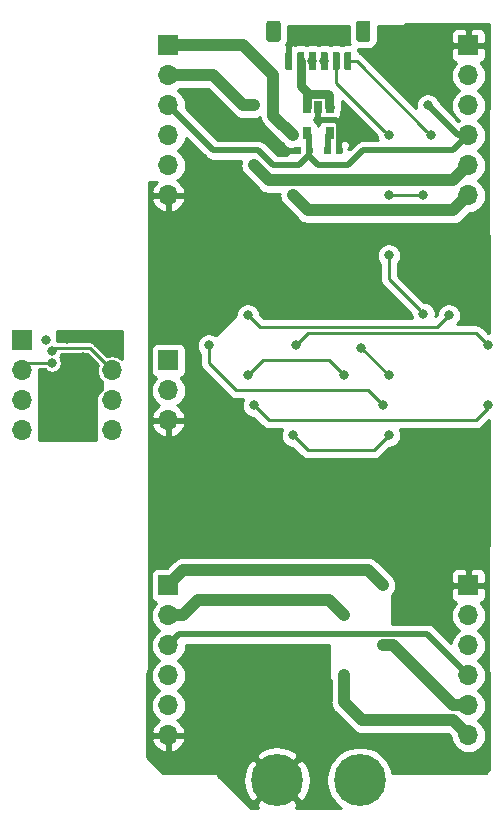
<source format=gbl>
G04 #@! TF.GenerationSoftware,KiCad,Pcbnew,(5.1.4)-1*
G04 #@! TF.CreationDate,2021-07-20T22:26:21+09:00*
G04 #@! TF.ProjectId,UAV2021_ver3_panelizing,55415632-3032-4315-9f76-6572335f7061,rev?*
G04 #@! TF.SameCoordinates,Original*
G04 #@! TF.FileFunction,Copper,L2,Bot*
G04 #@! TF.FilePolarity,Positive*
%FSLAX46Y46*%
G04 Gerber Fmt 4.6, Leading zero omitted, Abs format (unit mm)*
G04 Created by KiCad (PCBNEW (5.1.4)-1) date 2021-07-20 22:26:21*
%MOMM*%
%LPD*%
G04 APERTURE LIST*
%ADD10C,4.400000*%
%ADD11C,0.700000*%
%ADD12R,0.650000X1.060000*%
%ADD13O,1.700000X1.700000*%
%ADD14R,1.700000X1.700000*%
%ADD15C,0.100000*%
%ADD16C,0.600000*%
%ADD17C,1.200000*%
%ADD18C,0.590000*%
%ADD19C,0.800000*%
%ADD20C,0.800000*%
%ADD21C,0.500000*%
%ADD22C,0.250000*%
%ADD23C,1.000000*%
%ADD24C,0.254000*%
G04 APERTURE END LIST*
D10*
X-3500000Y-33000000D03*
D11*
X-1850000Y-33000000D03*
X-2333274Y-34166726D03*
X-3500000Y-34650000D03*
X-4666726Y-34166726D03*
X-5150000Y-33000000D03*
X-4666726Y-31833274D03*
X-3500000Y-31350000D03*
X-2333274Y-31833274D03*
D10*
X3500000Y-33000000D03*
D11*
X5150000Y-33000000D03*
X4666726Y-34166726D03*
X3500000Y-34650000D03*
X2333274Y-34166726D03*
X1850000Y-33000000D03*
X2333274Y-31833274D03*
X3500000Y-31350000D03*
X4666726Y-31833274D03*
D12*
X-950000Y23960000D03*
X0Y23960000D03*
X950000Y23960000D03*
X950000Y21760000D03*
X-950000Y21760000D03*
D13*
X-12700000Y-29210000D03*
X-12700000Y-26670000D03*
X-12700000Y-24130000D03*
X-12700000Y-21590000D03*
X-12700000Y-19050000D03*
D14*
X-12700000Y-16510000D03*
X12700000Y-16510000D03*
D13*
X12700000Y-19050000D03*
X12700000Y-21590000D03*
X12700000Y-24130000D03*
X12700000Y-26670000D03*
X12700000Y-29210000D03*
D14*
X-12700000Y29210000D03*
D13*
X-12700000Y26670000D03*
X-12700000Y24130000D03*
X-12700000Y21590000D03*
X-12700000Y19050000D03*
X-12700000Y16510000D03*
X12700000Y16510000D03*
X12700000Y19050000D03*
X12700000Y21590000D03*
X12700000Y24130000D03*
X12700000Y26670000D03*
D14*
X12700000Y29210000D03*
X-12700000Y2540000D03*
D13*
X-12700000Y0D03*
X-12700000Y-2540000D03*
D15*
G36*
X2664703Y28659278D02*
G01*
X2679264Y28657118D01*
X2693543Y28653541D01*
X2707403Y28648582D01*
X2720710Y28642288D01*
X2733336Y28634720D01*
X2745159Y28625952D01*
X2756066Y28616066D01*
X2765952Y28605159D01*
X2774720Y28593336D01*
X2782288Y28580710D01*
X2788582Y28567403D01*
X2793541Y28553543D01*
X2797118Y28539264D01*
X2799278Y28524703D01*
X2800000Y28510000D01*
X2800000Y27260000D01*
X2799278Y27245297D01*
X2797118Y27230736D01*
X2793541Y27216457D01*
X2788582Y27202597D01*
X2782288Y27189290D01*
X2774720Y27176664D01*
X2765952Y27164841D01*
X2756066Y27153934D01*
X2745159Y27144048D01*
X2733336Y27135280D01*
X2720710Y27127712D01*
X2707403Y27121418D01*
X2693543Y27116459D01*
X2679264Y27112882D01*
X2664703Y27110722D01*
X2650000Y27110000D01*
X2350000Y27110000D01*
X2335297Y27110722D01*
X2320736Y27112882D01*
X2306457Y27116459D01*
X2292597Y27121418D01*
X2279290Y27127712D01*
X2266664Y27135280D01*
X2254841Y27144048D01*
X2243934Y27153934D01*
X2234048Y27164841D01*
X2225280Y27176664D01*
X2217712Y27189290D01*
X2211418Y27202597D01*
X2206459Y27216457D01*
X2202882Y27230736D01*
X2200722Y27245297D01*
X2200000Y27260000D01*
X2200000Y28510000D01*
X2200722Y28524703D01*
X2202882Y28539264D01*
X2206459Y28553543D01*
X2211418Y28567403D01*
X2217712Y28580710D01*
X2225280Y28593336D01*
X2234048Y28605159D01*
X2243934Y28616066D01*
X2254841Y28625952D01*
X2266664Y28634720D01*
X2279290Y28642288D01*
X2292597Y28648582D01*
X2306457Y28653541D01*
X2320736Y28657118D01*
X2335297Y28659278D01*
X2350000Y28660000D01*
X2650000Y28660000D01*
X2664703Y28659278D01*
X2664703Y28659278D01*
G37*
D16*
X2500000Y27885000D03*
D15*
G36*
X1664703Y28659278D02*
G01*
X1679264Y28657118D01*
X1693543Y28653541D01*
X1707403Y28648582D01*
X1720710Y28642288D01*
X1733336Y28634720D01*
X1745159Y28625952D01*
X1756066Y28616066D01*
X1765952Y28605159D01*
X1774720Y28593336D01*
X1782288Y28580710D01*
X1788582Y28567403D01*
X1793541Y28553543D01*
X1797118Y28539264D01*
X1799278Y28524703D01*
X1800000Y28510000D01*
X1800000Y27260000D01*
X1799278Y27245297D01*
X1797118Y27230736D01*
X1793541Y27216457D01*
X1788582Y27202597D01*
X1782288Y27189290D01*
X1774720Y27176664D01*
X1765952Y27164841D01*
X1756066Y27153934D01*
X1745159Y27144048D01*
X1733336Y27135280D01*
X1720710Y27127712D01*
X1707403Y27121418D01*
X1693543Y27116459D01*
X1679264Y27112882D01*
X1664703Y27110722D01*
X1650000Y27110000D01*
X1350000Y27110000D01*
X1335297Y27110722D01*
X1320736Y27112882D01*
X1306457Y27116459D01*
X1292597Y27121418D01*
X1279290Y27127712D01*
X1266664Y27135280D01*
X1254841Y27144048D01*
X1243934Y27153934D01*
X1234048Y27164841D01*
X1225280Y27176664D01*
X1217712Y27189290D01*
X1211418Y27202597D01*
X1206459Y27216457D01*
X1202882Y27230736D01*
X1200722Y27245297D01*
X1200000Y27260000D01*
X1200000Y28510000D01*
X1200722Y28524703D01*
X1202882Y28539264D01*
X1206459Y28553543D01*
X1211418Y28567403D01*
X1217712Y28580710D01*
X1225280Y28593336D01*
X1234048Y28605159D01*
X1243934Y28616066D01*
X1254841Y28625952D01*
X1266664Y28634720D01*
X1279290Y28642288D01*
X1292597Y28648582D01*
X1306457Y28653541D01*
X1320736Y28657118D01*
X1335297Y28659278D01*
X1350000Y28660000D01*
X1650000Y28660000D01*
X1664703Y28659278D01*
X1664703Y28659278D01*
G37*
D16*
X1500000Y27885000D03*
D15*
G36*
X664703Y28659278D02*
G01*
X679264Y28657118D01*
X693543Y28653541D01*
X707403Y28648582D01*
X720710Y28642288D01*
X733336Y28634720D01*
X745159Y28625952D01*
X756066Y28616066D01*
X765952Y28605159D01*
X774720Y28593336D01*
X782288Y28580710D01*
X788582Y28567403D01*
X793541Y28553543D01*
X797118Y28539264D01*
X799278Y28524703D01*
X800000Y28510000D01*
X800000Y27260000D01*
X799278Y27245297D01*
X797118Y27230736D01*
X793541Y27216457D01*
X788582Y27202597D01*
X782288Y27189290D01*
X774720Y27176664D01*
X765952Y27164841D01*
X756066Y27153934D01*
X745159Y27144048D01*
X733336Y27135280D01*
X720710Y27127712D01*
X707403Y27121418D01*
X693543Y27116459D01*
X679264Y27112882D01*
X664703Y27110722D01*
X650000Y27110000D01*
X350000Y27110000D01*
X335297Y27110722D01*
X320736Y27112882D01*
X306457Y27116459D01*
X292597Y27121418D01*
X279290Y27127712D01*
X266664Y27135280D01*
X254841Y27144048D01*
X243934Y27153934D01*
X234048Y27164841D01*
X225280Y27176664D01*
X217712Y27189290D01*
X211418Y27202597D01*
X206459Y27216457D01*
X202882Y27230736D01*
X200722Y27245297D01*
X200000Y27260000D01*
X200000Y28510000D01*
X200722Y28524703D01*
X202882Y28539264D01*
X206459Y28553543D01*
X211418Y28567403D01*
X217712Y28580710D01*
X225280Y28593336D01*
X234048Y28605159D01*
X243934Y28616066D01*
X254841Y28625952D01*
X266664Y28634720D01*
X279290Y28642288D01*
X292597Y28648582D01*
X306457Y28653541D01*
X320736Y28657118D01*
X335297Y28659278D01*
X350000Y28660000D01*
X650000Y28660000D01*
X664703Y28659278D01*
X664703Y28659278D01*
G37*
D16*
X500000Y27885000D03*
D15*
G36*
X-335297Y28659278D02*
G01*
X-320736Y28657118D01*
X-306457Y28653541D01*
X-292597Y28648582D01*
X-279290Y28642288D01*
X-266664Y28634720D01*
X-254841Y28625952D01*
X-243934Y28616066D01*
X-234048Y28605159D01*
X-225280Y28593336D01*
X-217712Y28580710D01*
X-211418Y28567403D01*
X-206459Y28553543D01*
X-202882Y28539264D01*
X-200722Y28524703D01*
X-200000Y28510000D01*
X-200000Y27260000D01*
X-200722Y27245297D01*
X-202882Y27230736D01*
X-206459Y27216457D01*
X-211418Y27202597D01*
X-217712Y27189290D01*
X-225280Y27176664D01*
X-234048Y27164841D01*
X-243934Y27153934D01*
X-254841Y27144048D01*
X-266664Y27135280D01*
X-279290Y27127712D01*
X-292597Y27121418D01*
X-306457Y27116459D01*
X-320736Y27112882D01*
X-335297Y27110722D01*
X-350000Y27110000D01*
X-650000Y27110000D01*
X-664703Y27110722D01*
X-679264Y27112882D01*
X-693543Y27116459D01*
X-707403Y27121418D01*
X-720710Y27127712D01*
X-733336Y27135280D01*
X-745159Y27144048D01*
X-756066Y27153934D01*
X-765952Y27164841D01*
X-774720Y27176664D01*
X-782288Y27189290D01*
X-788582Y27202597D01*
X-793541Y27216457D01*
X-797118Y27230736D01*
X-799278Y27245297D01*
X-800000Y27260000D01*
X-800000Y28510000D01*
X-799278Y28524703D01*
X-797118Y28539264D01*
X-793541Y28553543D01*
X-788582Y28567403D01*
X-782288Y28580710D01*
X-774720Y28593336D01*
X-765952Y28605159D01*
X-756066Y28616066D01*
X-745159Y28625952D01*
X-733336Y28634720D01*
X-720710Y28642288D01*
X-707403Y28648582D01*
X-693543Y28653541D01*
X-679264Y28657118D01*
X-664703Y28659278D01*
X-650000Y28660000D01*
X-350000Y28660000D01*
X-335297Y28659278D01*
X-335297Y28659278D01*
G37*
D16*
X-500000Y27885000D03*
D15*
G36*
X-1335297Y28659278D02*
G01*
X-1320736Y28657118D01*
X-1306457Y28653541D01*
X-1292597Y28648582D01*
X-1279290Y28642288D01*
X-1266664Y28634720D01*
X-1254841Y28625952D01*
X-1243934Y28616066D01*
X-1234048Y28605159D01*
X-1225280Y28593336D01*
X-1217712Y28580710D01*
X-1211418Y28567403D01*
X-1206459Y28553543D01*
X-1202882Y28539264D01*
X-1200722Y28524703D01*
X-1200000Y28510000D01*
X-1200000Y27260000D01*
X-1200722Y27245297D01*
X-1202882Y27230736D01*
X-1206459Y27216457D01*
X-1211418Y27202597D01*
X-1217712Y27189290D01*
X-1225280Y27176664D01*
X-1234048Y27164841D01*
X-1243934Y27153934D01*
X-1254841Y27144048D01*
X-1266664Y27135280D01*
X-1279290Y27127712D01*
X-1292597Y27121418D01*
X-1306457Y27116459D01*
X-1320736Y27112882D01*
X-1335297Y27110722D01*
X-1350000Y27110000D01*
X-1650000Y27110000D01*
X-1664703Y27110722D01*
X-1679264Y27112882D01*
X-1693543Y27116459D01*
X-1707403Y27121418D01*
X-1720710Y27127712D01*
X-1733336Y27135280D01*
X-1745159Y27144048D01*
X-1756066Y27153934D01*
X-1765952Y27164841D01*
X-1774720Y27176664D01*
X-1782288Y27189290D01*
X-1788582Y27202597D01*
X-1793541Y27216457D01*
X-1797118Y27230736D01*
X-1799278Y27245297D01*
X-1800000Y27260000D01*
X-1800000Y28510000D01*
X-1799278Y28524703D01*
X-1797118Y28539264D01*
X-1793541Y28553543D01*
X-1788582Y28567403D01*
X-1782288Y28580710D01*
X-1774720Y28593336D01*
X-1765952Y28605159D01*
X-1756066Y28616066D01*
X-1745159Y28625952D01*
X-1733336Y28634720D01*
X-1720710Y28642288D01*
X-1707403Y28648582D01*
X-1693543Y28653541D01*
X-1679264Y28657118D01*
X-1664703Y28659278D01*
X-1650000Y28660000D01*
X-1350000Y28660000D01*
X-1335297Y28659278D01*
X-1335297Y28659278D01*
G37*
D16*
X-1500000Y27885000D03*
D15*
G36*
X-2335297Y28659278D02*
G01*
X-2320736Y28657118D01*
X-2306457Y28653541D01*
X-2292597Y28648582D01*
X-2279290Y28642288D01*
X-2266664Y28634720D01*
X-2254841Y28625952D01*
X-2243934Y28616066D01*
X-2234048Y28605159D01*
X-2225280Y28593336D01*
X-2217712Y28580710D01*
X-2211418Y28567403D01*
X-2206459Y28553543D01*
X-2202882Y28539264D01*
X-2200722Y28524703D01*
X-2200000Y28510000D01*
X-2200000Y27260000D01*
X-2200722Y27245297D01*
X-2202882Y27230736D01*
X-2206459Y27216457D01*
X-2211418Y27202597D01*
X-2217712Y27189290D01*
X-2225280Y27176664D01*
X-2234048Y27164841D01*
X-2243934Y27153934D01*
X-2254841Y27144048D01*
X-2266664Y27135280D01*
X-2279290Y27127712D01*
X-2292597Y27121418D01*
X-2306457Y27116459D01*
X-2320736Y27112882D01*
X-2335297Y27110722D01*
X-2350000Y27110000D01*
X-2650000Y27110000D01*
X-2664703Y27110722D01*
X-2679264Y27112882D01*
X-2693543Y27116459D01*
X-2707403Y27121418D01*
X-2720710Y27127712D01*
X-2733336Y27135280D01*
X-2745159Y27144048D01*
X-2756066Y27153934D01*
X-2765952Y27164841D01*
X-2774720Y27176664D01*
X-2782288Y27189290D01*
X-2788582Y27202597D01*
X-2793541Y27216457D01*
X-2797118Y27230736D01*
X-2799278Y27245297D01*
X-2800000Y27260000D01*
X-2800000Y28510000D01*
X-2799278Y28524703D01*
X-2797118Y28539264D01*
X-2793541Y28553543D01*
X-2788582Y28567403D01*
X-2782288Y28580710D01*
X-2774720Y28593336D01*
X-2765952Y28605159D01*
X-2756066Y28616066D01*
X-2745159Y28625952D01*
X-2733336Y28634720D01*
X-2720710Y28642288D01*
X-2707403Y28648582D01*
X-2693543Y28653541D01*
X-2679264Y28657118D01*
X-2664703Y28659278D01*
X-2650000Y28660000D01*
X-2350000Y28660000D01*
X-2335297Y28659278D01*
X-2335297Y28659278D01*
G37*
D16*
X-2500000Y27885000D03*
D15*
G36*
X4174505Y31308796D02*
G01*
X4198773Y31305196D01*
X4222572Y31299235D01*
X4245671Y31290970D01*
X4267850Y31280480D01*
X4288893Y31267868D01*
X4308599Y31253253D01*
X4326777Y31236777D01*
X4343253Y31218599D01*
X4357868Y31198893D01*
X4370480Y31177850D01*
X4380970Y31155671D01*
X4389235Y31132572D01*
X4395196Y31108773D01*
X4398796Y31084505D01*
X4400000Y31060001D01*
X4400000Y29759999D01*
X4398796Y29735495D01*
X4395196Y29711227D01*
X4389235Y29687428D01*
X4380970Y29664329D01*
X4370480Y29642150D01*
X4357868Y29621107D01*
X4343253Y29601401D01*
X4326777Y29583223D01*
X4308599Y29566747D01*
X4288893Y29552132D01*
X4267850Y29539520D01*
X4245671Y29529030D01*
X4222572Y29520765D01*
X4198773Y29514804D01*
X4174505Y29511204D01*
X4150001Y29510000D01*
X3449999Y29510000D01*
X3425495Y29511204D01*
X3401227Y29514804D01*
X3377428Y29520765D01*
X3354329Y29529030D01*
X3332150Y29539520D01*
X3311107Y29552132D01*
X3291401Y29566747D01*
X3273223Y29583223D01*
X3256747Y29601401D01*
X3242132Y29621107D01*
X3229520Y29642150D01*
X3219030Y29664329D01*
X3210765Y29687428D01*
X3204804Y29711227D01*
X3201204Y29735495D01*
X3200000Y29759999D01*
X3200000Y31060001D01*
X3201204Y31084505D01*
X3204804Y31108773D01*
X3210765Y31132572D01*
X3219030Y31155671D01*
X3229520Y31177850D01*
X3242132Y31198893D01*
X3256747Y31218599D01*
X3273223Y31236777D01*
X3291401Y31253253D01*
X3311107Y31267868D01*
X3332150Y31280480D01*
X3354329Y31290970D01*
X3377428Y31299235D01*
X3401227Y31305196D01*
X3425495Y31308796D01*
X3449999Y31310000D01*
X4150001Y31310000D01*
X4174505Y31308796D01*
X4174505Y31308796D01*
G37*
D17*
X3800000Y30410000D03*
D15*
G36*
X-3425495Y31308796D02*
G01*
X-3401227Y31305196D01*
X-3377428Y31299235D01*
X-3354329Y31290970D01*
X-3332150Y31280480D01*
X-3311107Y31267868D01*
X-3291401Y31253253D01*
X-3273223Y31236777D01*
X-3256747Y31218599D01*
X-3242132Y31198893D01*
X-3229520Y31177850D01*
X-3219030Y31155671D01*
X-3210765Y31132572D01*
X-3204804Y31108773D01*
X-3201204Y31084505D01*
X-3200000Y31060001D01*
X-3200000Y29759999D01*
X-3201204Y29735495D01*
X-3204804Y29711227D01*
X-3210765Y29687428D01*
X-3219030Y29664329D01*
X-3229520Y29642150D01*
X-3242132Y29621107D01*
X-3256747Y29601401D01*
X-3273223Y29583223D01*
X-3291401Y29566747D01*
X-3311107Y29552132D01*
X-3332150Y29539520D01*
X-3354329Y29529030D01*
X-3377428Y29520765D01*
X-3401227Y29514804D01*
X-3425495Y29511204D01*
X-3449999Y29510000D01*
X-4150001Y29510000D01*
X-4174505Y29511204D01*
X-4198773Y29514804D01*
X-4222572Y29520765D01*
X-4245671Y29529030D01*
X-4267850Y29539520D01*
X-4288893Y29552132D01*
X-4308599Y29566747D01*
X-4326777Y29583223D01*
X-4343253Y29601401D01*
X-4357868Y29621107D01*
X-4370480Y29642150D01*
X-4380970Y29664329D01*
X-4389235Y29687428D01*
X-4395196Y29711227D01*
X-4398796Y29735495D01*
X-4400000Y29759999D01*
X-4400000Y31060001D01*
X-4398796Y31084505D01*
X-4395196Y31108773D01*
X-4389235Y31132572D01*
X-4380970Y31155671D01*
X-4370480Y31177850D01*
X-4357868Y31198893D01*
X-4343253Y31218599D01*
X-4326777Y31236777D01*
X-4308599Y31253253D01*
X-4288893Y31267868D01*
X-4267850Y31280480D01*
X-4245671Y31290970D01*
X-4222572Y31299235D01*
X-4198773Y31305196D01*
X-4174505Y31308796D01*
X-4150001Y31310000D01*
X-3449999Y31310000D01*
X-3425495Y31308796D01*
X-3425495Y31308796D01*
G37*
D17*
X-3800000Y30410000D03*
D15*
G36*
X-623042Y20639290D02*
G01*
X-608724Y20637166D01*
X-594683Y20633649D01*
X-581054Y20628772D01*
X-567969Y20622583D01*
X-555553Y20615142D01*
X-543927Y20606519D01*
X-533202Y20596798D01*
X-523481Y20586073D01*
X-514858Y20574447D01*
X-507417Y20562031D01*
X-501228Y20548946D01*
X-496351Y20535317D01*
X-492834Y20521276D01*
X-490710Y20506958D01*
X-490000Y20492500D01*
X-490000Y20147500D01*
X-490710Y20133042D01*
X-492834Y20118724D01*
X-496351Y20104683D01*
X-501228Y20091054D01*
X-507417Y20077969D01*
X-514858Y20065553D01*
X-523481Y20053927D01*
X-533202Y20043202D01*
X-543927Y20033481D01*
X-555553Y20024858D01*
X-567969Y20017417D01*
X-581054Y20011228D01*
X-594683Y20006351D01*
X-608724Y20002834D01*
X-623042Y20000710D01*
X-637500Y20000000D01*
X-932500Y20000000D01*
X-946958Y20000710D01*
X-961276Y20002834D01*
X-975317Y20006351D01*
X-988946Y20011228D01*
X-1002031Y20017417D01*
X-1014447Y20024858D01*
X-1026073Y20033481D01*
X-1036798Y20043202D01*
X-1046519Y20053927D01*
X-1055142Y20065553D01*
X-1062583Y20077969D01*
X-1068772Y20091054D01*
X-1073649Y20104683D01*
X-1077166Y20118724D01*
X-1079290Y20133042D01*
X-1080000Y20147500D01*
X-1080000Y20492500D01*
X-1079290Y20506958D01*
X-1077166Y20521276D01*
X-1073649Y20535317D01*
X-1068772Y20548946D01*
X-1062583Y20562031D01*
X-1055142Y20574447D01*
X-1046519Y20586073D01*
X-1036798Y20596798D01*
X-1026073Y20606519D01*
X-1014447Y20615142D01*
X-1002031Y20622583D01*
X-988946Y20628772D01*
X-975317Y20633649D01*
X-961276Y20637166D01*
X-946958Y20639290D01*
X-932500Y20640000D01*
X-637500Y20640000D01*
X-623042Y20639290D01*
X-623042Y20639290D01*
G37*
D18*
X-785000Y20320000D03*
D15*
G36*
X-1593042Y20639290D02*
G01*
X-1578724Y20637166D01*
X-1564683Y20633649D01*
X-1551054Y20628772D01*
X-1537969Y20622583D01*
X-1525553Y20615142D01*
X-1513927Y20606519D01*
X-1503202Y20596798D01*
X-1493481Y20586073D01*
X-1484858Y20574447D01*
X-1477417Y20562031D01*
X-1471228Y20548946D01*
X-1466351Y20535317D01*
X-1462834Y20521276D01*
X-1460710Y20506958D01*
X-1460000Y20492500D01*
X-1460000Y20147500D01*
X-1460710Y20133042D01*
X-1462834Y20118724D01*
X-1466351Y20104683D01*
X-1471228Y20091054D01*
X-1477417Y20077969D01*
X-1484858Y20065553D01*
X-1493481Y20053927D01*
X-1503202Y20043202D01*
X-1513927Y20033481D01*
X-1525553Y20024858D01*
X-1537969Y20017417D01*
X-1551054Y20011228D01*
X-1564683Y20006351D01*
X-1578724Y20002834D01*
X-1593042Y20000710D01*
X-1607500Y20000000D01*
X-1902500Y20000000D01*
X-1916958Y20000710D01*
X-1931276Y20002834D01*
X-1945317Y20006351D01*
X-1958946Y20011228D01*
X-1972031Y20017417D01*
X-1984447Y20024858D01*
X-1996073Y20033481D01*
X-2006798Y20043202D01*
X-2016519Y20053927D01*
X-2025142Y20065553D01*
X-2032583Y20077969D01*
X-2038772Y20091054D01*
X-2043649Y20104683D01*
X-2047166Y20118724D01*
X-2049290Y20133042D01*
X-2050000Y20147500D01*
X-2050000Y20492500D01*
X-2049290Y20506958D01*
X-2047166Y20521276D01*
X-2043649Y20535317D01*
X-2038772Y20548946D01*
X-2032583Y20562031D01*
X-2025142Y20574447D01*
X-2016519Y20586073D01*
X-2006798Y20596798D01*
X-1996073Y20606519D01*
X-1984447Y20615142D01*
X-1972031Y20622583D01*
X-1958946Y20628772D01*
X-1945317Y20633649D01*
X-1931276Y20637166D01*
X-1916958Y20639290D01*
X-1902500Y20640000D01*
X-1607500Y20640000D01*
X-1593042Y20639290D01*
X-1593042Y20639290D01*
G37*
D18*
X-1755000Y20320000D03*
D15*
G36*
X1916958Y20639290D02*
G01*
X1931276Y20637166D01*
X1945317Y20633649D01*
X1958946Y20628772D01*
X1972031Y20622583D01*
X1984447Y20615142D01*
X1996073Y20606519D01*
X2006798Y20596798D01*
X2016519Y20586073D01*
X2025142Y20574447D01*
X2032583Y20562031D01*
X2038772Y20548946D01*
X2043649Y20535317D01*
X2047166Y20521276D01*
X2049290Y20506958D01*
X2050000Y20492500D01*
X2050000Y20147500D01*
X2049290Y20133042D01*
X2047166Y20118724D01*
X2043649Y20104683D01*
X2038772Y20091054D01*
X2032583Y20077969D01*
X2025142Y20065553D01*
X2016519Y20053927D01*
X2006798Y20043202D01*
X1996073Y20033481D01*
X1984447Y20024858D01*
X1972031Y20017417D01*
X1958946Y20011228D01*
X1945317Y20006351D01*
X1931276Y20002834D01*
X1916958Y20000710D01*
X1902500Y20000000D01*
X1607500Y20000000D01*
X1593042Y20000710D01*
X1578724Y20002834D01*
X1564683Y20006351D01*
X1551054Y20011228D01*
X1537969Y20017417D01*
X1525553Y20024858D01*
X1513927Y20033481D01*
X1503202Y20043202D01*
X1493481Y20053927D01*
X1484858Y20065553D01*
X1477417Y20077969D01*
X1471228Y20091054D01*
X1466351Y20104683D01*
X1462834Y20118724D01*
X1460710Y20133042D01*
X1460000Y20147500D01*
X1460000Y20492500D01*
X1460710Y20506958D01*
X1462834Y20521276D01*
X1466351Y20535317D01*
X1471228Y20548946D01*
X1477417Y20562031D01*
X1484858Y20574447D01*
X1493481Y20586073D01*
X1503202Y20596798D01*
X1513927Y20606519D01*
X1525553Y20615142D01*
X1537969Y20622583D01*
X1551054Y20628772D01*
X1564683Y20633649D01*
X1578724Y20637166D01*
X1593042Y20639290D01*
X1607500Y20640000D01*
X1902500Y20640000D01*
X1916958Y20639290D01*
X1916958Y20639290D01*
G37*
D18*
X1755000Y20320000D03*
D15*
G36*
X946958Y20639290D02*
G01*
X961276Y20637166D01*
X975317Y20633649D01*
X988946Y20628772D01*
X1002031Y20622583D01*
X1014447Y20615142D01*
X1026073Y20606519D01*
X1036798Y20596798D01*
X1046519Y20586073D01*
X1055142Y20574447D01*
X1062583Y20562031D01*
X1068772Y20548946D01*
X1073649Y20535317D01*
X1077166Y20521276D01*
X1079290Y20506958D01*
X1080000Y20492500D01*
X1080000Y20147500D01*
X1079290Y20133042D01*
X1077166Y20118724D01*
X1073649Y20104683D01*
X1068772Y20091054D01*
X1062583Y20077969D01*
X1055142Y20065553D01*
X1046519Y20053927D01*
X1036798Y20043202D01*
X1026073Y20033481D01*
X1014447Y20024858D01*
X1002031Y20017417D01*
X988946Y20011228D01*
X975317Y20006351D01*
X961276Y20002834D01*
X946958Y20000710D01*
X932500Y20000000D01*
X637500Y20000000D01*
X623042Y20000710D01*
X608724Y20002834D01*
X594683Y20006351D01*
X581054Y20011228D01*
X567969Y20017417D01*
X555553Y20024858D01*
X543927Y20033481D01*
X533202Y20043202D01*
X523481Y20053927D01*
X514858Y20065553D01*
X507417Y20077969D01*
X501228Y20091054D01*
X496351Y20104683D01*
X492834Y20118724D01*
X490710Y20133042D01*
X490000Y20147500D01*
X490000Y20492500D01*
X490710Y20506958D01*
X492834Y20521276D01*
X496351Y20535317D01*
X501228Y20548946D01*
X507417Y20562031D01*
X514858Y20574447D01*
X523481Y20586073D01*
X533202Y20596798D01*
X543927Y20606519D01*
X555553Y20615142D01*
X567969Y20622583D01*
X581054Y20628772D01*
X594683Y20633649D01*
X608724Y20637166D01*
X623042Y20639290D01*
X637500Y20640000D01*
X932500Y20640000D01*
X946958Y20639290D01*
X946958Y20639290D01*
G37*
D18*
X785000Y20320000D03*
D13*
X-17470000Y-3390000D03*
X-17470000Y-850000D03*
X-17470000Y1690000D03*
D14*
X-17470000Y4230000D03*
D13*
X-25090000Y-3390000D03*
X-25090000Y-850000D03*
X-25090000Y1690000D03*
D14*
X-25090000Y4230000D03*
D19*
X-12700000Y-5080000D03*
X-12700000Y-7620000D03*
X-12700000Y-10160000D03*
X-12700000Y-12700000D03*
X-6350000Y-6350000D03*
X-3810000Y-6350000D03*
X3810000Y-6350000D03*
X6350000Y-6350000D03*
X-12700000Y10109998D03*
X0Y22860000D03*
X-3175000Y20320000D03*
X-6350000Y8890000D03*
X-3810000Y8890000D03*
X-1270000Y8890000D03*
X-1270000Y6350000D03*
X-3810000Y6350000D03*
X-8890000Y6350000D03*
X-8890000Y11430000D03*
X2159000Y13208000D03*
X2159000Y9652000D03*
X12700000Y13970000D03*
X12065000Y9525000D03*
X-1905000Y29845000D03*
X0Y29845000D03*
X1905000Y29845000D03*
X-8890000Y22225000D03*
X-7620000Y23495000D03*
X-8890000Y17780000D03*
X9525000Y26670000D03*
X5080000Y8255000D03*
X-9525000Y-8890000D03*
X-9525000Y-12700000D03*
X-2540000Y-11430000D03*
X8890000Y-13970000D03*
X11430000Y-13970000D03*
X13970000Y-13970000D03*
X-18740000Y420000D03*
X-19908400Y2858400D03*
X-19756000Y-2374000D03*
X-19756000Y-3771000D03*
X-21280000Y4357000D03*
X9270000Y24130000D03*
X-23035000Y4230000D03*
X-9270000Y3810000D03*
X5460000Y-1270000D03*
X-2160000Y-3810000D03*
X5970000Y-3810000D03*
X14350000Y-1270000D03*
X-5460000Y-1270000D03*
X14350000Y3810000D03*
X-1905000Y3810000D03*
X-5970000Y1270000D03*
X2160000Y1270000D03*
X-5970000Y6350000D03*
X11050000Y6350000D03*
X-5460000Y19050000D03*
X-2160000Y16510000D03*
X2160000Y-19050000D03*
X5460000Y-16510000D03*
X5970000Y1270000D03*
X3620000Y3620000D03*
X-2160000Y21590000D03*
X-5460000Y24130000D03*
X2160000Y-24130000D03*
X5460000Y-21590000D03*
X8890000Y16510000D03*
X5970000Y16510000D03*
X9525000Y21590000D03*
X5969999Y21589999D03*
X500000Y27885000D03*
X-500000Y27885000D03*
X5970000Y11430000D03*
X8890000Y6475014D03*
X-22550000Y2325012D03*
X-22550000Y3325015D03*
D20*
X-950000Y24945002D02*
X-950000Y23960000D01*
X-805001Y25090001D02*
X-950000Y24945002D01*
X-1500000Y27885000D02*
X-1500000Y25785000D01*
X-1500000Y25785000D02*
X-805001Y25090001D01*
X925001Y24970001D02*
X805001Y25090001D01*
X805001Y25090001D02*
X-805001Y25090001D01*
X925001Y23984999D02*
X925001Y24970001D01*
X950000Y23960000D02*
X925001Y23984999D01*
D21*
X0Y23960000D02*
X0Y22860000D01*
X565685Y22860000D02*
X0Y22860000D01*
X1515002Y22860000D02*
X565685Y22860000D01*
X1755000Y22620002D02*
X1515002Y22860000D01*
X1755000Y20320000D02*
X1755000Y22620002D01*
D20*
X-12700000Y24130000D02*
X-12700000Y23736002D01*
D21*
X-8890000Y20320000D02*
X-12700000Y24130000D01*
X-5080000Y20320000D02*
X-8890000Y20320000D01*
X-3810000Y19050000D02*
X-5080000Y20320000D01*
X-1635000Y19050000D02*
X-3810000Y19050000D01*
X-785000Y20320000D02*
X-785000Y19900000D01*
X-785000Y19900000D02*
X-1635000Y19050000D01*
X-785000Y20320000D02*
X-785000Y19835000D01*
X-785000Y19835000D02*
X0Y19050000D01*
X0Y19050000D02*
X2540000Y19050000D01*
X2540000Y19050000D02*
X3810000Y20320000D01*
X11430000Y20320000D02*
X12700000Y21590000D01*
X3810000Y20320000D02*
X11430000Y20320000D01*
X-11850001Y-20740001D02*
X-12700000Y-21590000D01*
X-11749990Y-20639990D02*
X-11850001Y-20740001D01*
X9209990Y-20639990D02*
X-11749990Y-20639990D01*
X12700000Y-24130000D02*
X9209990Y-20639990D01*
X11810000Y21590000D02*
X9270000Y24130000D01*
X12700000Y21590000D02*
X11810000Y21590000D01*
X-785000Y21595000D02*
X-950000Y21760000D01*
X-785000Y20320000D02*
X-785000Y21595000D01*
D22*
X-9270000Y3810000D02*
X-9270000Y2285000D01*
X-9270000Y2285000D02*
X-6985000Y0D01*
X-6985000Y0D02*
X4190000Y0D01*
X4190000Y0D02*
X5460000Y-1270000D01*
X4700000Y-5080000D02*
X5970000Y-3810000D01*
X-2160000Y-3810000D02*
X-890000Y-5080000D01*
X-890000Y-5080000D02*
X4700000Y-5080000D01*
X-4190000Y-2540000D02*
X-5460000Y-1270000D01*
X13335000Y-2540000D02*
X-4190000Y-2540000D01*
X14350000Y-1270000D02*
X14350000Y-1525000D01*
X14350000Y-1525000D02*
X13335000Y-2540000D01*
X-889000Y4826000D02*
X-1905000Y3810000D01*
X14350000Y3810000D02*
X13334000Y4826000D01*
X13334000Y4826000D02*
X-889000Y4826000D01*
X890000Y2540000D02*
X2160000Y1270000D01*
X-5970000Y1270000D02*
X-4700000Y2540000D01*
X-4700000Y2540000D02*
X890000Y2540000D01*
X10034000Y5334000D02*
X11050000Y6350000D01*
X-5970000Y6350000D02*
X-4954000Y5334000D01*
X-4954000Y5334000D02*
X10034000Y5334000D01*
D21*
X785000Y21595000D02*
X950000Y21760000D01*
X785000Y20320000D02*
X785000Y21595000D01*
D23*
X-4190000Y17780000D02*
X-5460000Y19050000D01*
X11430000Y17780000D02*
X-4190000Y17780000D01*
X12700000Y19050000D02*
X11430000Y17780000D01*
X-890000Y15240000D02*
X-2160000Y16510000D01*
X11430000Y15240000D02*
X-890000Y15240000D01*
X12700000Y16510000D02*
X11430000Y15240000D01*
X-11430000Y-19050000D02*
X-12700000Y-19050000D01*
X-10160000Y-17780000D02*
X-11430000Y-19050000D01*
X2160000Y-19050000D02*
X890000Y-17780000D01*
X890000Y-17780000D02*
X-10160000Y-17780000D01*
X4190000Y-15240000D02*
X5460000Y-16510000D01*
X-12700000Y-16510000D02*
X-11430000Y-15240000D01*
X-11430000Y-15240000D02*
X4190000Y-15240000D01*
D22*
X5970000Y1270000D02*
X3620000Y3620000D01*
D23*
X-3810000Y23240000D02*
X-2160000Y21590000D01*
X-3810000Y26670000D02*
X-3810000Y23240000D01*
X-12700000Y29210000D02*
X-6350000Y29210000D01*
X-6350000Y29210000D02*
X-3810000Y26670000D01*
X-6350000Y24130000D02*
X-5460000Y24130000D01*
X-12700000Y26670000D02*
X-8890000Y26670000D01*
X-8890000Y26670000D02*
X-6350000Y24130000D01*
X2160000Y-26385000D02*
X2160000Y-24130000D01*
X3715000Y-27940000D02*
X2160000Y-26385000D01*
X12700000Y-29210000D02*
X11430000Y-27940000D01*
X11430000Y-27940000D02*
X3715000Y-27940000D01*
X12700000Y-26670000D02*
X11430000Y-26670000D01*
X6350000Y-21590000D02*
X5460000Y-21590000D01*
X11430000Y-26670000D02*
X6350000Y-21590000D01*
D22*
X8890000Y16510000D02*
X5970000Y16510000D01*
X2500000Y27885000D02*
X3230000Y27885000D01*
X3230000Y27885000D02*
X9125001Y21989999D01*
X9125001Y21989999D02*
X9525000Y21590000D01*
X1500000Y26059998D02*
X5570000Y21989998D01*
X5570000Y21989998D02*
X5969999Y21589999D01*
X1500000Y27885000D02*
X1500000Y26059998D01*
X5970000Y9395014D02*
X8490001Y6875013D01*
X8490001Y6875013D02*
X8890000Y6475014D01*
X5970000Y11430000D02*
X5970000Y9395014D01*
X-22550012Y2325000D02*
X-22550000Y2325012D01*
X-25090000Y1690000D02*
X-24455000Y2325000D01*
X-24455000Y2325000D02*
X-22550012Y2325000D01*
X-19375000Y3595000D02*
X-17470000Y1690000D01*
X-22550000Y3325015D02*
X-22280015Y3595000D01*
X-22280015Y3595000D02*
X-19375000Y3595000D01*
D24*
G36*
X14478000Y23904304D02*
G01*
X14448575Y23868450D01*
X14402423Y23782104D01*
X14387290Y23753792D01*
X14349550Y23629382D01*
X14340000Y23532418D01*
X14340000Y23532409D01*
X14336808Y23500000D01*
X14340000Y23467591D01*
X14340001Y13532419D01*
X14336808Y13500000D01*
X14349551Y13370618D01*
X14387290Y13246208D01*
X14448575Y13131550D01*
X14478000Y13095696D01*
X14478000Y4839816D01*
X14451939Y4845000D01*
X14389802Y4845000D01*
X13897804Y5336998D01*
X13874001Y5366001D01*
X13758276Y5460974D01*
X13626247Y5531546D01*
X13482986Y5575003D01*
X13371333Y5586000D01*
X13371322Y5586000D01*
X13334000Y5589676D01*
X13296678Y5586000D01*
X11749711Y5586000D01*
X11853937Y5690226D01*
X11967205Y5859744D01*
X12045226Y6048102D01*
X12085000Y6248061D01*
X12085000Y6451939D01*
X12045226Y6651898D01*
X11967205Y6840256D01*
X11853937Y7009774D01*
X11709774Y7153937D01*
X11540256Y7267205D01*
X11351898Y7345226D01*
X11151939Y7385000D01*
X10948061Y7385000D01*
X10748102Y7345226D01*
X10559744Y7267205D01*
X10390226Y7153937D01*
X10246063Y7009774D01*
X10132795Y6840256D01*
X10054774Y6651898D01*
X10015000Y6451939D01*
X10015000Y6389802D01*
X9906806Y6281608D01*
X9925000Y6373075D01*
X9925000Y6576953D01*
X9885226Y6776912D01*
X9807205Y6965270D01*
X9693937Y7134788D01*
X9549774Y7278951D01*
X9380256Y7392219D01*
X9191898Y7470240D01*
X8991939Y7510014D01*
X8929802Y7510014D01*
X6730000Y9709815D01*
X6730000Y10726289D01*
X6773937Y10770226D01*
X6887205Y10939744D01*
X6965226Y11128102D01*
X7005000Y11328061D01*
X7005000Y11531939D01*
X6965226Y11731898D01*
X6887205Y11920256D01*
X6773937Y12089774D01*
X6629774Y12233937D01*
X6460256Y12347205D01*
X6271898Y12425226D01*
X6071939Y12465000D01*
X5868061Y12465000D01*
X5668102Y12425226D01*
X5479744Y12347205D01*
X5310226Y12233937D01*
X5166063Y12089774D01*
X5052795Y11920256D01*
X4974774Y11731898D01*
X4935000Y11531939D01*
X4935000Y11328061D01*
X4974774Y11128102D01*
X5052795Y10939744D01*
X5166063Y10770226D01*
X5210000Y10726289D01*
X5210001Y9432346D01*
X5206324Y9395014D01*
X5220998Y9246029D01*
X5264454Y9102768D01*
X5335026Y8970738D01*
X5406201Y8884012D01*
X5430000Y8855013D01*
X5458998Y8831215D01*
X7855000Y6435212D01*
X7855000Y6373075D01*
X7894774Y6173116D01*
X7927545Y6094000D01*
X-4639198Y6094000D01*
X-4935000Y6389801D01*
X-4935000Y6451939D01*
X-4974774Y6651898D01*
X-5052795Y6840256D01*
X-5166063Y7009774D01*
X-5310226Y7153937D01*
X-5479744Y7267205D01*
X-5668102Y7345226D01*
X-5868061Y7385000D01*
X-6071939Y7385000D01*
X-6271898Y7345226D01*
X-6460256Y7267205D01*
X-6629774Y7153937D01*
X-6773937Y7009774D01*
X-6887205Y6840256D01*
X-6965226Y6651898D01*
X-7005000Y6451939D01*
X-7005000Y6382606D01*
X-8708203Y4679403D01*
X-8779744Y4727205D01*
X-8968102Y4805226D01*
X-9168061Y4845000D01*
X-9371939Y4845000D01*
X-9571898Y4805226D01*
X-9760256Y4727205D01*
X-9929774Y4613937D01*
X-10073937Y4469774D01*
X-10187205Y4300256D01*
X-10265226Y4111898D01*
X-10305000Y3911939D01*
X-10305000Y3708061D01*
X-10265226Y3508102D01*
X-10187205Y3319744D01*
X-10073937Y3150226D01*
X-10030000Y3106289D01*
X-10029999Y2322332D01*
X-10033676Y2285000D01*
X-10019002Y2136015D01*
X-9975546Y1992754D01*
X-9904974Y1860724D01*
X-9847750Y1790997D01*
X-9810000Y1744999D01*
X-9781002Y1721201D01*
X-7548800Y-511002D01*
X-7525001Y-540001D01*
X-7496003Y-563799D01*
X-7409277Y-634974D01*
X-7277247Y-705546D01*
X-7133986Y-749003D01*
X-7022333Y-760000D01*
X-7022323Y-760000D01*
X-6985000Y-763676D01*
X-6947678Y-760000D01*
X-6364013Y-760000D01*
X-6377205Y-779744D01*
X-6455226Y-968102D01*
X-6495000Y-1168061D01*
X-6495000Y-1371939D01*
X-6455226Y-1571898D01*
X-6377205Y-1760256D01*
X-6263937Y-1929774D01*
X-6119774Y-2073937D01*
X-5950256Y-2187205D01*
X-5761898Y-2265226D01*
X-5561939Y-2305000D01*
X-5499801Y-2305000D01*
X-4753799Y-3051003D01*
X-4730001Y-3080001D01*
X-4614276Y-3174974D01*
X-4482247Y-3245546D01*
X-4338986Y-3289003D01*
X-4227333Y-3300000D01*
X-4227324Y-3300000D01*
X-4190001Y-3303676D01*
X-4152678Y-3300000D01*
X-3064013Y-3300000D01*
X-3077205Y-3319744D01*
X-3155226Y-3508102D01*
X-3195000Y-3708061D01*
X-3195000Y-3911939D01*
X-3155226Y-4111898D01*
X-3077205Y-4300256D01*
X-2963937Y-4469774D01*
X-2819774Y-4613937D01*
X-2650256Y-4727205D01*
X-2461898Y-4805226D01*
X-2261939Y-4845000D01*
X-2199801Y-4845000D01*
X-1453799Y-5591003D01*
X-1430001Y-5620001D01*
X-1314276Y-5714974D01*
X-1182247Y-5785546D01*
X-1038986Y-5829003D01*
X-927333Y-5840000D01*
X-927324Y-5840000D01*
X-890001Y-5843676D01*
X-852678Y-5840000D01*
X4662678Y-5840000D01*
X4700000Y-5843676D01*
X4737322Y-5840000D01*
X4737333Y-5840000D01*
X4848986Y-5829003D01*
X4992247Y-5785546D01*
X5124276Y-5714974D01*
X5240001Y-5620001D01*
X5263804Y-5590997D01*
X6009802Y-4845000D01*
X6071939Y-4845000D01*
X6271898Y-4805226D01*
X6460256Y-4727205D01*
X6629774Y-4613937D01*
X6773937Y-4469774D01*
X6887205Y-4300256D01*
X6965226Y-4111898D01*
X7005000Y-3911939D01*
X7005000Y-3708061D01*
X6965226Y-3508102D01*
X6887205Y-3319744D01*
X6874013Y-3300000D01*
X13297678Y-3300000D01*
X13335000Y-3303676D01*
X13372322Y-3300000D01*
X13372333Y-3300000D01*
X13483986Y-3289003D01*
X13627247Y-3245546D01*
X13759276Y-3174974D01*
X13875001Y-3080001D01*
X13898804Y-3050998D01*
X14478000Y-2471802D01*
X14478000Y-13095696D01*
X14448575Y-13131550D01*
X14387291Y-13246207D01*
X14387290Y-13246208D01*
X14349550Y-13370618D01*
X14340000Y-13467582D01*
X14340000Y-13467591D01*
X14336808Y-13500000D01*
X14340000Y-13532409D01*
X14340001Y-23467581D01*
X14336808Y-23500000D01*
X14349551Y-23629382D01*
X14387290Y-23753792D01*
X14448575Y-23868450D01*
X14478000Y-23904304D01*
X14478000Y-31940448D01*
X14475344Y-31943751D01*
X14442596Y-31993796D01*
X14409139Y-32043397D01*
X14404813Y-32051534D01*
X14230481Y-32385000D01*
X6268209Y-32385000D01*
X6226052Y-32173061D01*
X6012344Y-31657124D01*
X5702088Y-31192793D01*
X5307207Y-30797912D01*
X4842876Y-30487656D01*
X4326939Y-30273948D01*
X3779223Y-30165000D01*
X3220777Y-30165000D01*
X2673061Y-30273948D01*
X2157124Y-30487656D01*
X1692793Y-30797912D01*
X1297912Y-31192793D01*
X987656Y-31657124D01*
X773948Y-32173061D01*
X665000Y-32720777D01*
X665000Y-33279223D01*
X773948Y-33826939D01*
X987656Y-34342876D01*
X1297912Y-34807207D01*
X1692793Y-35202088D01*
X1899193Y-35340000D01*
X-1907020Y-35340000D01*
X-1689830Y-34989775D01*
X-3500000Y-33179605D01*
X-5310170Y-34989775D01*
X-5092980Y-35340000D01*
X-5726619Y-35340000D01*
X-8051445Y-33015174D01*
X-6348678Y-33015174D01*
X-6290981Y-33570632D01*
X-6126028Y-34104161D01*
X-5877018Y-34570024D01*
X-5489775Y-34810170D01*
X-3679605Y-33000000D01*
X-3320395Y-33000000D01*
X-1510225Y-34810170D01*
X-1122982Y-34570024D01*
X-862359Y-34076123D01*
X-703099Y-33540867D01*
X-651322Y-32984826D01*
X-709019Y-32429368D01*
X-873972Y-31895839D01*
X-1122982Y-31429976D01*
X-1510225Y-31189830D01*
X-3320395Y-33000000D01*
X-3679605Y-33000000D01*
X-5489775Y-31189830D01*
X-5877018Y-31429976D01*
X-6137641Y-31923877D01*
X-6296901Y-32459133D01*
X-6348678Y-33015174D01*
X-8051445Y-33015174D01*
X-8056234Y-33010386D01*
X-8260394Y-32806226D01*
X-8281053Y-32781053D01*
X-8306226Y-32760394D01*
X-8306234Y-32760386D01*
X-8381550Y-32698575D01*
X-8496208Y-32637290D01*
X-8509000Y-32633410D01*
X-8509000Y-32512000D01*
X-8511440Y-32487224D01*
X-8518667Y-32463399D01*
X-8530403Y-32441443D01*
X-8546197Y-32422197D01*
X-8565443Y-32406403D01*
X-8587399Y-32394667D01*
X-8611224Y-32387440D01*
X-8636000Y-32385000D01*
X-13155394Y-32385000D01*
X-14478000Y-31062394D01*
X-14478000Y-31010225D01*
X-5310170Y-31010225D01*
X-3500000Y-32820395D01*
X-1689830Y-31010225D01*
X-1929976Y-30622982D01*
X-2423877Y-30362359D01*
X-2959133Y-30203099D01*
X-3515174Y-30151322D01*
X-4070632Y-30209019D01*
X-4604161Y-30373972D01*
X-5070024Y-30622982D01*
X-5310170Y-31010225D01*
X-14478000Y-31010225D01*
X-14478000Y-29566890D01*
X-14141476Y-29566890D01*
X-14096825Y-29714099D01*
X-13971641Y-29976920D01*
X-13797588Y-30210269D01*
X-13581355Y-30405178D01*
X-13331252Y-30554157D01*
X-13056891Y-30651481D01*
X-12827000Y-30530814D01*
X-12827000Y-29337000D01*
X-12573000Y-29337000D01*
X-12573000Y-30530814D01*
X-12343109Y-30651481D01*
X-12068748Y-30554157D01*
X-11818645Y-30405178D01*
X-11602412Y-30210269D01*
X-11428359Y-29976920D01*
X-11303175Y-29714099D01*
X-11258524Y-29566890D01*
X-11379845Y-29337000D01*
X-12573000Y-29337000D01*
X-12827000Y-29337000D01*
X-14020155Y-29337000D01*
X-14141476Y-29566890D01*
X-14478000Y-29566890D01*
X-14478000Y-23904305D01*
X-14448575Y-23868451D01*
X-14387290Y-23753793D01*
X-14387290Y-23753792D01*
X-14349550Y-23629383D01*
X-14340000Y-23532419D01*
X-14340000Y-23532410D01*
X-14336808Y-23500001D01*
X-14340000Y-23467592D01*
X-14340000Y-19050000D01*
X-14192185Y-19050000D01*
X-14163513Y-19341111D01*
X-14078599Y-19621034D01*
X-13940706Y-19879014D01*
X-13755134Y-20105134D01*
X-13529014Y-20290706D01*
X-13474209Y-20320000D01*
X-13529014Y-20349294D01*
X-13755134Y-20534866D01*
X-13940706Y-20760986D01*
X-14078599Y-21018966D01*
X-14163513Y-21298889D01*
X-14192185Y-21590000D01*
X-14163513Y-21881111D01*
X-14078599Y-22161034D01*
X-13940706Y-22419014D01*
X-13755134Y-22645134D01*
X-13529014Y-22830706D01*
X-13474209Y-22860000D01*
X-13529014Y-22889294D01*
X-13755134Y-23074866D01*
X-13940706Y-23300986D01*
X-14078599Y-23558966D01*
X-14163513Y-23838889D01*
X-14192185Y-24130000D01*
X-14163513Y-24421111D01*
X-14078599Y-24701034D01*
X-13940706Y-24959014D01*
X-13755134Y-25185134D01*
X-13529014Y-25370706D01*
X-13474209Y-25400000D01*
X-13529014Y-25429294D01*
X-13755134Y-25614866D01*
X-13940706Y-25840986D01*
X-14078599Y-26098966D01*
X-14163513Y-26378889D01*
X-14192185Y-26670000D01*
X-14163513Y-26961111D01*
X-14078599Y-27241034D01*
X-13940706Y-27499014D01*
X-13755134Y-27725134D01*
X-13529014Y-27910706D01*
X-13464477Y-27945201D01*
X-13581355Y-28014822D01*
X-13797588Y-28209731D01*
X-13971641Y-28443080D01*
X-14096825Y-28705901D01*
X-14141476Y-28853110D01*
X-14020155Y-29083000D01*
X-12827000Y-29083000D01*
X-12827000Y-29063000D01*
X-12573000Y-29063000D01*
X-12573000Y-29083000D01*
X-11379845Y-29083000D01*
X-11258524Y-28853110D01*
X-11303175Y-28705901D01*
X-11428359Y-28443080D01*
X-11602412Y-28209731D01*
X-11818645Y-28014822D01*
X-11935523Y-27945201D01*
X-11870986Y-27910706D01*
X-11644866Y-27725134D01*
X-11459294Y-27499014D01*
X-11321401Y-27241034D01*
X-11236487Y-26961111D01*
X-11207815Y-26670000D01*
X-11236487Y-26378889D01*
X-11321401Y-26098966D01*
X-11459294Y-25840986D01*
X-11644866Y-25614866D01*
X-11870986Y-25429294D01*
X-11925791Y-25400000D01*
X-11870986Y-25370706D01*
X-11644866Y-25185134D01*
X-11459294Y-24959014D01*
X-11321401Y-24701034D01*
X-11236487Y-24421111D01*
X-11207815Y-24130000D01*
X-11236487Y-23838889D01*
X-11321401Y-23558966D01*
X-11459294Y-23300986D01*
X-11644866Y-23074866D01*
X-11870986Y-22889294D01*
X-11925791Y-22860000D01*
X-11870986Y-22830706D01*
X-11644866Y-22645134D01*
X-11459294Y-22419014D01*
X-11321401Y-22161034D01*
X-11236487Y-21881111D01*
X-11207815Y-21590000D01*
X-11214218Y-21524990D01*
X889000Y-21524990D01*
X889000Y-24384000D01*
X891440Y-24408776D01*
X898667Y-24432601D01*
X910403Y-24454557D01*
X926197Y-24473803D01*
X945443Y-24489597D01*
X967399Y-24501333D01*
X991224Y-24508560D01*
X1016000Y-24511000D01*
X1025001Y-24511000D01*
X1025000Y-26329248D01*
X1019509Y-26385000D01*
X1025000Y-26440751D01*
X1041423Y-26607498D01*
X1106324Y-26821446D01*
X1211716Y-27018623D01*
X1353551Y-27191449D01*
X1396865Y-27226996D01*
X2873009Y-28703140D01*
X2908551Y-28746449D01*
X3081377Y-28888284D01*
X3278553Y-28993676D01*
X3492501Y-29058577D01*
X3714999Y-29080491D01*
X3770751Y-29075000D01*
X10959869Y-29075000D01*
X11220155Y-29335286D01*
X11236487Y-29501111D01*
X11321401Y-29781034D01*
X11459294Y-30039014D01*
X11644866Y-30265134D01*
X11870986Y-30450706D01*
X12128966Y-30588599D01*
X12408889Y-30673513D01*
X12627050Y-30695000D01*
X12772950Y-30695000D01*
X12991111Y-30673513D01*
X13271034Y-30588599D01*
X13529014Y-30450706D01*
X13755134Y-30265134D01*
X13940706Y-30039014D01*
X14078599Y-29781034D01*
X14163513Y-29501111D01*
X14192185Y-29210000D01*
X14163513Y-28918889D01*
X14078599Y-28638966D01*
X13940706Y-28380986D01*
X13755134Y-28154866D01*
X13529014Y-27969294D01*
X13474209Y-27940000D01*
X13529014Y-27910706D01*
X13755134Y-27725134D01*
X13940706Y-27499014D01*
X14078599Y-27241034D01*
X14163513Y-26961111D01*
X14192185Y-26670000D01*
X14163513Y-26378889D01*
X14078599Y-26098966D01*
X13940706Y-25840986D01*
X13755134Y-25614866D01*
X13529014Y-25429294D01*
X13474209Y-25400000D01*
X13529014Y-25370706D01*
X13755134Y-25185134D01*
X13940706Y-24959014D01*
X14078599Y-24701034D01*
X14163513Y-24421111D01*
X14192185Y-24130000D01*
X14163513Y-23838889D01*
X14078599Y-23558966D01*
X13940706Y-23300986D01*
X13755134Y-23074866D01*
X13529014Y-22889294D01*
X13474209Y-22860000D01*
X13529014Y-22830706D01*
X13755134Y-22645134D01*
X13940706Y-22419014D01*
X14078599Y-22161034D01*
X14163513Y-21881111D01*
X14192185Y-21590000D01*
X14163513Y-21298889D01*
X14078599Y-21018966D01*
X13940706Y-20760986D01*
X13755134Y-20534866D01*
X13529014Y-20349294D01*
X13474209Y-20320000D01*
X13529014Y-20290706D01*
X13755134Y-20105134D01*
X13940706Y-19879014D01*
X14078599Y-19621034D01*
X14163513Y-19341111D01*
X14192185Y-19050000D01*
X14163513Y-18758889D01*
X14078599Y-18478966D01*
X13940706Y-18220986D01*
X13755134Y-17994866D01*
X13725313Y-17970393D01*
X13794180Y-17949502D01*
X13904494Y-17890537D01*
X14001185Y-17811185D01*
X14080537Y-17714494D01*
X14139502Y-17604180D01*
X14175812Y-17484482D01*
X14188072Y-17360000D01*
X14185000Y-16795750D01*
X14026250Y-16637000D01*
X12827000Y-16637000D01*
X12827000Y-16657000D01*
X12573000Y-16657000D01*
X12573000Y-16637000D01*
X11373750Y-16637000D01*
X11215000Y-16795750D01*
X11211928Y-17360000D01*
X11224188Y-17484482D01*
X11260498Y-17604180D01*
X11319463Y-17714494D01*
X11398815Y-17811185D01*
X11495506Y-17890537D01*
X11605820Y-17949502D01*
X11674687Y-17970393D01*
X11644866Y-17994866D01*
X11459294Y-18220986D01*
X11321401Y-18478966D01*
X11236487Y-18758889D01*
X11207815Y-19050000D01*
X11236487Y-19341111D01*
X11321401Y-19621034D01*
X11459294Y-19879014D01*
X11644866Y-20105134D01*
X11870986Y-20290706D01*
X11925791Y-20320000D01*
X11870986Y-20349294D01*
X11644866Y-20534866D01*
X11459294Y-20760986D01*
X11321401Y-21018966D01*
X11236487Y-21298889D01*
X11226085Y-21404506D01*
X9866524Y-20044946D01*
X9838807Y-20011173D01*
X9704049Y-19900579D01*
X9550303Y-19818401D01*
X9383480Y-19767795D01*
X9253467Y-19754990D01*
X9253459Y-19754990D01*
X9209990Y-19750709D01*
X9166521Y-19754990D01*
X6223000Y-19754990D01*
X6223000Y-17352105D01*
X6266448Y-17316448D01*
X6408283Y-17143622D01*
X6513675Y-16946446D01*
X6578577Y-16732498D01*
X6600490Y-16509999D01*
X6578577Y-16287500D01*
X6513675Y-16073553D01*
X6408283Y-15876377D01*
X6301988Y-15746856D01*
X6215132Y-15660000D01*
X11211928Y-15660000D01*
X11215000Y-16224250D01*
X11373750Y-16383000D01*
X12573000Y-16383000D01*
X12573000Y-15183750D01*
X12827000Y-15183750D01*
X12827000Y-16383000D01*
X14026250Y-16383000D01*
X14185000Y-16224250D01*
X14188072Y-15660000D01*
X14175812Y-15535518D01*
X14139502Y-15415820D01*
X14080537Y-15305506D01*
X14001185Y-15208815D01*
X13904494Y-15129463D01*
X13794180Y-15070498D01*
X13674482Y-15034188D01*
X13550000Y-15021928D01*
X12985750Y-15025000D01*
X12827000Y-15183750D01*
X12573000Y-15183750D01*
X12414250Y-15025000D01*
X11850000Y-15021928D01*
X11725518Y-15034188D01*
X11605820Y-15070498D01*
X11495506Y-15129463D01*
X11398815Y-15208815D01*
X11319463Y-15305506D01*
X11260498Y-15415820D01*
X11224188Y-15535518D01*
X11211928Y-15660000D01*
X6215132Y-15660000D01*
X5031996Y-14476865D01*
X4996449Y-14433551D01*
X4823623Y-14291716D01*
X4626447Y-14186324D01*
X4412499Y-14121423D01*
X4245752Y-14105000D01*
X4245751Y-14105000D01*
X4190000Y-14099509D01*
X4134249Y-14105000D01*
X-11374257Y-14105000D01*
X-11430001Y-14099510D01*
X-11485745Y-14105000D01*
X-11485752Y-14105000D01*
X-11631507Y-14119356D01*
X-11652500Y-14121423D01*
X-11702295Y-14136529D01*
X-11866447Y-14186324D01*
X-12063623Y-14291716D01*
X-12236449Y-14433551D01*
X-12271992Y-14476860D01*
X-12817060Y-15021928D01*
X-13550000Y-15021928D01*
X-13674482Y-15034188D01*
X-13794180Y-15070498D01*
X-13904494Y-15129463D01*
X-14001185Y-15208815D01*
X-14080537Y-15305506D01*
X-14139502Y-15415820D01*
X-14175812Y-15535518D01*
X-14188072Y-15660000D01*
X-14188072Y-17360000D01*
X-14175812Y-17484482D01*
X-14139502Y-17604180D01*
X-14080537Y-17714494D01*
X-14001185Y-17811185D01*
X-13904494Y-17890537D01*
X-13794180Y-17949502D01*
X-13725313Y-17970393D01*
X-13755134Y-17994866D01*
X-13940706Y-18220986D01*
X-14078599Y-18478966D01*
X-14163513Y-18758889D01*
X-14192185Y-19050000D01*
X-14340000Y-19050000D01*
X-14340000Y-2896890D01*
X-14141476Y-2896890D01*
X-14096825Y-3044099D01*
X-13971641Y-3306920D01*
X-13797588Y-3540269D01*
X-13581355Y-3735178D01*
X-13331252Y-3884157D01*
X-13056891Y-3981481D01*
X-12827000Y-3860814D01*
X-12827000Y-2667000D01*
X-12573000Y-2667000D01*
X-12573000Y-3860814D01*
X-12343109Y-3981481D01*
X-12068748Y-3884157D01*
X-11818645Y-3735178D01*
X-11602412Y-3540269D01*
X-11428359Y-3306920D01*
X-11303175Y-3044099D01*
X-11258524Y-2896890D01*
X-11379845Y-2667000D01*
X-12573000Y-2667000D01*
X-12827000Y-2667000D01*
X-14020155Y-2667000D01*
X-14141476Y-2896890D01*
X-14340000Y-2896890D01*
X-14340000Y0D01*
X-14192185Y0D01*
X-14163513Y-291111D01*
X-14078599Y-571034D01*
X-13940706Y-829014D01*
X-13755134Y-1055134D01*
X-13529014Y-1240706D01*
X-13464477Y-1275201D01*
X-13581355Y-1344822D01*
X-13797588Y-1539731D01*
X-13971641Y-1773080D01*
X-14096825Y-2035901D01*
X-14141476Y-2183110D01*
X-14020155Y-2413000D01*
X-12827000Y-2413000D01*
X-12827000Y-2393000D01*
X-12573000Y-2393000D01*
X-12573000Y-2413000D01*
X-11379845Y-2413000D01*
X-11258524Y-2183110D01*
X-11303175Y-2035901D01*
X-11428359Y-1773080D01*
X-11602412Y-1539731D01*
X-11818645Y-1344822D01*
X-11935523Y-1275201D01*
X-11870986Y-1240706D01*
X-11644866Y-1055134D01*
X-11459294Y-829014D01*
X-11321401Y-571034D01*
X-11236487Y-291111D01*
X-11207815Y0D01*
X-11236487Y291111D01*
X-11321401Y571034D01*
X-11459294Y829014D01*
X-11644866Y1055134D01*
X-11674687Y1079607D01*
X-11605820Y1100498D01*
X-11495506Y1159463D01*
X-11398815Y1238815D01*
X-11319463Y1335506D01*
X-11260498Y1445820D01*
X-11224188Y1565518D01*
X-11211928Y1690000D01*
X-11211928Y3390000D01*
X-11224188Y3514482D01*
X-11260498Y3634180D01*
X-11319463Y3744494D01*
X-11398815Y3841185D01*
X-11495506Y3920537D01*
X-11605820Y3979502D01*
X-11725518Y4015812D01*
X-11850000Y4028072D01*
X-13550000Y4028072D01*
X-13674482Y4015812D01*
X-13794180Y3979502D01*
X-13904494Y3920537D01*
X-14001185Y3841185D01*
X-14080537Y3744494D01*
X-14139502Y3634180D01*
X-14175812Y3514482D01*
X-14188072Y3390000D01*
X-14188072Y1690000D01*
X-14175812Y1565518D01*
X-14139502Y1445820D01*
X-14080537Y1335506D01*
X-14001185Y1238815D01*
X-13904494Y1159463D01*
X-13794180Y1100498D01*
X-13725313Y1079607D01*
X-13755134Y1055134D01*
X-13940706Y829014D01*
X-14078599Y571034D01*
X-14163513Y291111D01*
X-14192185Y0D01*
X-14340000Y0D01*
X-14340000Y16153110D01*
X-14141476Y16153110D01*
X-14096825Y16005901D01*
X-13971641Y15743080D01*
X-13797588Y15509731D01*
X-13581355Y15314822D01*
X-13331252Y15165843D01*
X-13056891Y15068519D01*
X-12827000Y15189186D01*
X-12827000Y16383000D01*
X-12573000Y16383000D01*
X-12573000Y15189186D01*
X-12343109Y15068519D01*
X-12068748Y15165843D01*
X-11818645Y15314822D01*
X-11602412Y15509731D01*
X-11428359Y15743080D01*
X-11303175Y16005901D01*
X-11258524Y16153110D01*
X-11379845Y16383000D01*
X-12573000Y16383000D01*
X-12827000Y16383000D01*
X-14020155Y16383000D01*
X-14141476Y16153110D01*
X-14340000Y16153110D01*
X-14340000Y17653000D01*
X-13639242Y17653000D01*
X-13797588Y17510269D01*
X-13971641Y17276920D01*
X-14096825Y17014099D01*
X-14141476Y16866890D01*
X-14020155Y16637000D01*
X-12827000Y16637000D01*
X-12827000Y16657000D01*
X-12573000Y16657000D01*
X-12573000Y16637000D01*
X-11379845Y16637000D01*
X-11258524Y16866890D01*
X-11303175Y17014099D01*
X-11428359Y17276920D01*
X-11602412Y17510269D01*
X-11818645Y17705178D01*
X-11935523Y17774799D01*
X-11870986Y17809294D01*
X-11644866Y17994866D01*
X-11459294Y18220986D01*
X-11321401Y18478966D01*
X-11236487Y18758889D01*
X-11207815Y19050000D01*
X-11236487Y19341111D01*
X-11321401Y19621034D01*
X-11459294Y19879014D01*
X-11644866Y20105134D01*
X-11870986Y20290706D01*
X-11925791Y20320000D01*
X-11870986Y20349294D01*
X-11644866Y20534866D01*
X-11459294Y20760986D01*
X-11321401Y21018966D01*
X-11236487Y21298889D01*
X-11226085Y21404506D01*
X-9546532Y19724953D01*
X-9518817Y19691183D01*
X-9485049Y19663470D01*
X-9485047Y19663468D01*
X-9384059Y19580589D01*
X-9230314Y19498411D01*
X-9134886Y19469463D01*
X-9063490Y19447805D01*
X-8933477Y19435000D01*
X-8933469Y19435000D01*
X-8890000Y19430719D01*
X-8846531Y19435000D01*
X-6529282Y19435000D01*
X-6578577Y19272498D01*
X-6600491Y19050000D01*
X-6578577Y18827502D01*
X-6513676Y18613554D01*
X-6408283Y18416378D01*
X-6301988Y18286857D01*
X-5031992Y17016860D01*
X-4996449Y16973551D01*
X-4823623Y16831716D01*
X-4626447Y16726324D01*
X-4462295Y16676529D01*
X-4412500Y16661423D01*
X-4391507Y16659356D01*
X-4245752Y16645000D01*
X-4245745Y16645000D01*
X-4190001Y16639510D01*
X-4134257Y16645000D01*
X-3287195Y16645000D01*
X-3300491Y16510000D01*
X-3278577Y16287502D01*
X-3213676Y16073554D01*
X-3108283Y15876378D01*
X-3001988Y15746857D01*
X-1731992Y14476860D01*
X-1696449Y14433551D01*
X-1523623Y14291716D01*
X-1326447Y14186324D01*
X-1162295Y14136529D01*
X-1112500Y14121423D01*
X-1091507Y14119356D01*
X-945752Y14105000D01*
X-945745Y14105000D01*
X-890001Y14099510D01*
X-834257Y14105000D01*
X11374249Y14105000D01*
X11430000Y14099509D01*
X11485751Y14105000D01*
X11485752Y14105000D01*
X11652499Y14121423D01*
X11866447Y14186324D01*
X12063623Y14291716D01*
X12236449Y14433551D01*
X12271996Y14476865D01*
X12825286Y15030155D01*
X12991111Y15046487D01*
X13271034Y15131401D01*
X13529014Y15269294D01*
X13755134Y15454866D01*
X13940706Y15680986D01*
X14078599Y15938966D01*
X14163513Y16218889D01*
X14192185Y16510000D01*
X14163513Y16801111D01*
X14078599Y17081034D01*
X13940706Y17339014D01*
X13755134Y17565134D01*
X13529014Y17750706D01*
X13474209Y17780000D01*
X13529014Y17809294D01*
X13755134Y17994866D01*
X13940706Y18220986D01*
X14078599Y18478966D01*
X14163513Y18758889D01*
X14192185Y19050000D01*
X14163513Y19341111D01*
X14078599Y19621034D01*
X13940706Y19879014D01*
X13755134Y20105134D01*
X13529014Y20290706D01*
X13474209Y20320000D01*
X13529014Y20349294D01*
X13755134Y20534866D01*
X13940706Y20760986D01*
X14078599Y21018966D01*
X14163513Y21298889D01*
X14192185Y21590000D01*
X14163513Y21881111D01*
X14078599Y22161034D01*
X13940706Y22419014D01*
X13755134Y22645134D01*
X13529014Y22830706D01*
X13474209Y22860000D01*
X13529014Y22889294D01*
X13755134Y23074866D01*
X13940706Y23300986D01*
X14078599Y23558966D01*
X14163513Y23838889D01*
X14192185Y24130000D01*
X14163513Y24421111D01*
X14078599Y24701034D01*
X13940706Y24959014D01*
X13755134Y25185134D01*
X13529014Y25370706D01*
X13474209Y25400000D01*
X13529014Y25429294D01*
X13755134Y25614866D01*
X13940706Y25840986D01*
X14078599Y26098966D01*
X14163513Y26378889D01*
X14192185Y26670000D01*
X14163513Y26961111D01*
X14078599Y27241034D01*
X13940706Y27499014D01*
X13755134Y27725134D01*
X13725313Y27749607D01*
X13794180Y27770498D01*
X13904494Y27829463D01*
X14001185Y27908815D01*
X14080537Y28005506D01*
X14139502Y28115820D01*
X14175812Y28235518D01*
X14188072Y28360000D01*
X14185000Y28924250D01*
X14026250Y29083000D01*
X12827000Y29083000D01*
X12827000Y29063000D01*
X12573000Y29063000D01*
X12573000Y29083000D01*
X11373750Y29083000D01*
X11215000Y28924250D01*
X11211928Y28360000D01*
X11224188Y28235518D01*
X11260498Y28115820D01*
X11319463Y28005506D01*
X11398815Y27908815D01*
X11495506Y27829463D01*
X11605820Y27770498D01*
X11674687Y27749607D01*
X11644866Y27725134D01*
X11459294Y27499014D01*
X11321401Y27241034D01*
X11236487Y26961111D01*
X11207815Y26670000D01*
X11236487Y26378889D01*
X11321401Y26098966D01*
X11459294Y25840986D01*
X11644866Y25614866D01*
X11870986Y25429294D01*
X11925791Y25400000D01*
X11870986Y25370706D01*
X11644866Y25185134D01*
X11459294Y24959014D01*
X11321401Y24701034D01*
X11236487Y24421111D01*
X11207815Y24130000D01*
X11236487Y23838889D01*
X11321401Y23558966D01*
X11459294Y23300986D01*
X11644866Y23074866D01*
X11870986Y22889294D01*
X11925791Y22860000D01*
X11870986Y22830706D01*
X11843462Y22808117D01*
X10276535Y24375043D01*
X10265226Y24431898D01*
X10187205Y24620256D01*
X10073937Y24789774D01*
X9929774Y24933937D01*
X9760256Y25047205D01*
X9571898Y25125226D01*
X9371939Y25165000D01*
X9168061Y25165000D01*
X8968102Y25125226D01*
X8779744Y25047205D01*
X8610226Y24933937D01*
X8466063Y24789774D01*
X8352795Y24620256D01*
X8274774Y24431898D01*
X8235000Y24231939D01*
X8235000Y24028061D01*
X8253190Y23936611D01*
X3793804Y28395997D01*
X3770001Y28425001D01*
X3654276Y28519974D01*
X3522247Y28590546D01*
X3427302Y28619347D01*
X3422929Y28663745D01*
X3378084Y28811582D01*
X3340039Y28882758D01*
X3449999Y28871928D01*
X4150001Y28871928D01*
X4323255Y28888992D01*
X4489851Y28939528D01*
X4643387Y29021595D01*
X4777962Y29132038D01*
X4888405Y29266613D01*
X4970472Y29420149D01*
X5021008Y29586745D01*
X5038072Y29759999D01*
X5038072Y30060000D01*
X11211928Y30060000D01*
X11215000Y29495750D01*
X11373750Y29337000D01*
X12573000Y29337000D01*
X12573000Y30536250D01*
X12827000Y30536250D01*
X12827000Y29337000D01*
X14026250Y29337000D01*
X14185000Y29495750D01*
X14188072Y30060000D01*
X14175812Y30184482D01*
X14139502Y30304180D01*
X14080537Y30414494D01*
X14001185Y30511185D01*
X13904494Y30590537D01*
X13794180Y30649502D01*
X13674482Y30685812D01*
X13550000Y30698072D01*
X12985750Y30695000D01*
X12827000Y30536250D01*
X12573000Y30536250D01*
X12414250Y30695000D01*
X11850000Y30698072D01*
X11725518Y30685812D01*
X11605820Y30649502D01*
X11495506Y30590537D01*
X11398815Y30511185D01*
X11319463Y30414494D01*
X11260498Y30304180D01*
X11224188Y30184482D01*
X11211928Y30060000D01*
X5038072Y30060000D01*
X5038072Y30840000D01*
X6967591Y30840000D01*
X7000000Y30836808D01*
X7032409Y30840000D01*
X7032419Y30840000D01*
X7129383Y30849550D01*
X7253793Y30887290D01*
X7368450Y30948575D01*
X7416489Y30988000D01*
X14478000Y30988000D01*
X14478000Y23904304D01*
X14478000Y23904304D01*
G37*
X14478000Y23904304D02*
X14448575Y23868450D01*
X14402423Y23782104D01*
X14387290Y23753792D01*
X14349550Y23629382D01*
X14340000Y23532418D01*
X14340000Y23532409D01*
X14336808Y23500000D01*
X14340000Y23467591D01*
X14340001Y13532419D01*
X14336808Y13500000D01*
X14349551Y13370618D01*
X14387290Y13246208D01*
X14448575Y13131550D01*
X14478000Y13095696D01*
X14478000Y4839816D01*
X14451939Y4845000D01*
X14389802Y4845000D01*
X13897804Y5336998D01*
X13874001Y5366001D01*
X13758276Y5460974D01*
X13626247Y5531546D01*
X13482986Y5575003D01*
X13371333Y5586000D01*
X13371322Y5586000D01*
X13334000Y5589676D01*
X13296678Y5586000D01*
X11749711Y5586000D01*
X11853937Y5690226D01*
X11967205Y5859744D01*
X12045226Y6048102D01*
X12085000Y6248061D01*
X12085000Y6451939D01*
X12045226Y6651898D01*
X11967205Y6840256D01*
X11853937Y7009774D01*
X11709774Y7153937D01*
X11540256Y7267205D01*
X11351898Y7345226D01*
X11151939Y7385000D01*
X10948061Y7385000D01*
X10748102Y7345226D01*
X10559744Y7267205D01*
X10390226Y7153937D01*
X10246063Y7009774D01*
X10132795Y6840256D01*
X10054774Y6651898D01*
X10015000Y6451939D01*
X10015000Y6389802D01*
X9906806Y6281608D01*
X9925000Y6373075D01*
X9925000Y6576953D01*
X9885226Y6776912D01*
X9807205Y6965270D01*
X9693937Y7134788D01*
X9549774Y7278951D01*
X9380256Y7392219D01*
X9191898Y7470240D01*
X8991939Y7510014D01*
X8929802Y7510014D01*
X6730000Y9709815D01*
X6730000Y10726289D01*
X6773937Y10770226D01*
X6887205Y10939744D01*
X6965226Y11128102D01*
X7005000Y11328061D01*
X7005000Y11531939D01*
X6965226Y11731898D01*
X6887205Y11920256D01*
X6773937Y12089774D01*
X6629774Y12233937D01*
X6460256Y12347205D01*
X6271898Y12425226D01*
X6071939Y12465000D01*
X5868061Y12465000D01*
X5668102Y12425226D01*
X5479744Y12347205D01*
X5310226Y12233937D01*
X5166063Y12089774D01*
X5052795Y11920256D01*
X4974774Y11731898D01*
X4935000Y11531939D01*
X4935000Y11328061D01*
X4974774Y11128102D01*
X5052795Y10939744D01*
X5166063Y10770226D01*
X5210000Y10726289D01*
X5210001Y9432346D01*
X5206324Y9395014D01*
X5220998Y9246029D01*
X5264454Y9102768D01*
X5335026Y8970738D01*
X5406201Y8884012D01*
X5430000Y8855013D01*
X5458998Y8831215D01*
X7855000Y6435212D01*
X7855000Y6373075D01*
X7894774Y6173116D01*
X7927545Y6094000D01*
X-4639198Y6094000D01*
X-4935000Y6389801D01*
X-4935000Y6451939D01*
X-4974774Y6651898D01*
X-5052795Y6840256D01*
X-5166063Y7009774D01*
X-5310226Y7153937D01*
X-5479744Y7267205D01*
X-5668102Y7345226D01*
X-5868061Y7385000D01*
X-6071939Y7385000D01*
X-6271898Y7345226D01*
X-6460256Y7267205D01*
X-6629774Y7153937D01*
X-6773937Y7009774D01*
X-6887205Y6840256D01*
X-6965226Y6651898D01*
X-7005000Y6451939D01*
X-7005000Y6382606D01*
X-8708203Y4679403D01*
X-8779744Y4727205D01*
X-8968102Y4805226D01*
X-9168061Y4845000D01*
X-9371939Y4845000D01*
X-9571898Y4805226D01*
X-9760256Y4727205D01*
X-9929774Y4613937D01*
X-10073937Y4469774D01*
X-10187205Y4300256D01*
X-10265226Y4111898D01*
X-10305000Y3911939D01*
X-10305000Y3708061D01*
X-10265226Y3508102D01*
X-10187205Y3319744D01*
X-10073937Y3150226D01*
X-10030000Y3106289D01*
X-10029999Y2322332D01*
X-10033676Y2285000D01*
X-10019002Y2136015D01*
X-9975546Y1992754D01*
X-9904974Y1860724D01*
X-9847750Y1790997D01*
X-9810000Y1744999D01*
X-9781002Y1721201D01*
X-7548800Y-511002D01*
X-7525001Y-540001D01*
X-7496003Y-563799D01*
X-7409277Y-634974D01*
X-7277247Y-705546D01*
X-7133986Y-749003D01*
X-7022333Y-760000D01*
X-7022323Y-760000D01*
X-6985000Y-763676D01*
X-6947678Y-760000D01*
X-6364013Y-760000D01*
X-6377205Y-779744D01*
X-6455226Y-968102D01*
X-6495000Y-1168061D01*
X-6495000Y-1371939D01*
X-6455226Y-1571898D01*
X-6377205Y-1760256D01*
X-6263937Y-1929774D01*
X-6119774Y-2073937D01*
X-5950256Y-2187205D01*
X-5761898Y-2265226D01*
X-5561939Y-2305000D01*
X-5499801Y-2305000D01*
X-4753799Y-3051003D01*
X-4730001Y-3080001D01*
X-4614276Y-3174974D01*
X-4482247Y-3245546D01*
X-4338986Y-3289003D01*
X-4227333Y-3300000D01*
X-4227324Y-3300000D01*
X-4190001Y-3303676D01*
X-4152678Y-3300000D01*
X-3064013Y-3300000D01*
X-3077205Y-3319744D01*
X-3155226Y-3508102D01*
X-3195000Y-3708061D01*
X-3195000Y-3911939D01*
X-3155226Y-4111898D01*
X-3077205Y-4300256D01*
X-2963937Y-4469774D01*
X-2819774Y-4613937D01*
X-2650256Y-4727205D01*
X-2461898Y-4805226D01*
X-2261939Y-4845000D01*
X-2199801Y-4845000D01*
X-1453799Y-5591003D01*
X-1430001Y-5620001D01*
X-1314276Y-5714974D01*
X-1182247Y-5785546D01*
X-1038986Y-5829003D01*
X-927333Y-5840000D01*
X-927324Y-5840000D01*
X-890001Y-5843676D01*
X-852678Y-5840000D01*
X4662678Y-5840000D01*
X4700000Y-5843676D01*
X4737322Y-5840000D01*
X4737333Y-5840000D01*
X4848986Y-5829003D01*
X4992247Y-5785546D01*
X5124276Y-5714974D01*
X5240001Y-5620001D01*
X5263804Y-5590997D01*
X6009802Y-4845000D01*
X6071939Y-4845000D01*
X6271898Y-4805226D01*
X6460256Y-4727205D01*
X6629774Y-4613937D01*
X6773937Y-4469774D01*
X6887205Y-4300256D01*
X6965226Y-4111898D01*
X7005000Y-3911939D01*
X7005000Y-3708061D01*
X6965226Y-3508102D01*
X6887205Y-3319744D01*
X6874013Y-3300000D01*
X13297678Y-3300000D01*
X13335000Y-3303676D01*
X13372322Y-3300000D01*
X13372333Y-3300000D01*
X13483986Y-3289003D01*
X13627247Y-3245546D01*
X13759276Y-3174974D01*
X13875001Y-3080001D01*
X13898804Y-3050998D01*
X14478000Y-2471802D01*
X14478000Y-13095696D01*
X14448575Y-13131550D01*
X14387291Y-13246207D01*
X14387290Y-13246208D01*
X14349550Y-13370618D01*
X14340000Y-13467582D01*
X14340000Y-13467591D01*
X14336808Y-13500000D01*
X14340000Y-13532409D01*
X14340001Y-23467581D01*
X14336808Y-23500000D01*
X14349551Y-23629382D01*
X14387290Y-23753792D01*
X14448575Y-23868450D01*
X14478000Y-23904304D01*
X14478000Y-31940448D01*
X14475344Y-31943751D01*
X14442596Y-31993796D01*
X14409139Y-32043397D01*
X14404813Y-32051534D01*
X14230481Y-32385000D01*
X6268209Y-32385000D01*
X6226052Y-32173061D01*
X6012344Y-31657124D01*
X5702088Y-31192793D01*
X5307207Y-30797912D01*
X4842876Y-30487656D01*
X4326939Y-30273948D01*
X3779223Y-30165000D01*
X3220777Y-30165000D01*
X2673061Y-30273948D01*
X2157124Y-30487656D01*
X1692793Y-30797912D01*
X1297912Y-31192793D01*
X987656Y-31657124D01*
X773948Y-32173061D01*
X665000Y-32720777D01*
X665000Y-33279223D01*
X773948Y-33826939D01*
X987656Y-34342876D01*
X1297912Y-34807207D01*
X1692793Y-35202088D01*
X1899193Y-35340000D01*
X-1907020Y-35340000D01*
X-1689830Y-34989775D01*
X-3500000Y-33179605D01*
X-5310170Y-34989775D01*
X-5092980Y-35340000D01*
X-5726619Y-35340000D01*
X-8051445Y-33015174D01*
X-6348678Y-33015174D01*
X-6290981Y-33570632D01*
X-6126028Y-34104161D01*
X-5877018Y-34570024D01*
X-5489775Y-34810170D01*
X-3679605Y-33000000D01*
X-3320395Y-33000000D01*
X-1510225Y-34810170D01*
X-1122982Y-34570024D01*
X-862359Y-34076123D01*
X-703099Y-33540867D01*
X-651322Y-32984826D01*
X-709019Y-32429368D01*
X-873972Y-31895839D01*
X-1122982Y-31429976D01*
X-1510225Y-31189830D01*
X-3320395Y-33000000D01*
X-3679605Y-33000000D01*
X-5489775Y-31189830D01*
X-5877018Y-31429976D01*
X-6137641Y-31923877D01*
X-6296901Y-32459133D01*
X-6348678Y-33015174D01*
X-8051445Y-33015174D01*
X-8056234Y-33010386D01*
X-8260394Y-32806226D01*
X-8281053Y-32781053D01*
X-8306226Y-32760394D01*
X-8306234Y-32760386D01*
X-8381550Y-32698575D01*
X-8496208Y-32637290D01*
X-8509000Y-32633410D01*
X-8509000Y-32512000D01*
X-8511440Y-32487224D01*
X-8518667Y-32463399D01*
X-8530403Y-32441443D01*
X-8546197Y-32422197D01*
X-8565443Y-32406403D01*
X-8587399Y-32394667D01*
X-8611224Y-32387440D01*
X-8636000Y-32385000D01*
X-13155394Y-32385000D01*
X-14478000Y-31062394D01*
X-14478000Y-31010225D01*
X-5310170Y-31010225D01*
X-3500000Y-32820395D01*
X-1689830Y-31010225D01*
X-1929976Y-30622982D01*
X-2423877Y-30362359D01*
X-2959133Y-30203099D01*
X-3515174Y-30151322D01*
X-4070632Y-30209019D01*
X-4604161Y-30373972D01*
X-5070024Y-30622982D01*
X-5310170Y-31010225D01*
X-14478000Y-31010225D01*
X-14478000Y-29566890D01*
X-14141476Y-29566890D01*
X-14096825Y-29714099D01*
X-13971641Y-29976920D01*
X-13797588Y-30210269D01*
X-13581355Y-30405178D01*
X-13331252Y-30554157D01*
X-13056891Y-30651481D01*
X-12827000Y-30530814D01*
X-12827000Y-29337000D01*
X-12573000Y-29337000D01*
X-12573000Y-30530814D01*
X-12343109Y-30651481D01*
X-12068748Y-30554157D01*
X-11818645Y-30405178D01*
X-11602412Y-30210269D01*
X-11428359Y-29976920D01*
X-11303175Y-29714099D01*
X-11258524Y-29566890D01*
X-11379845Y-29337000D01*
X-12573000Y-29337000D01*
X-12827000Y-29337000D01*
X-14020155Y-29337000D01*
X-14141476Y-29566890D01*
X-14478000Y-29566890D01*
X-14478000Y-23904305D01*
X-14448575Y-23868451D01*
X-14387290Y-23753793D01*
X-14387290Y-23753792D01*
X-14349550Y-23629383D01*
X-14340000Y-23532419D01*
X-14340000Y-23532410D01*
X-14336808Y-23500001D01*
X-14340000Y-23467592D01*
X-14340000Y-19050000D01*
X-14192185Y-19050000D01*
X-14163513Y-19341111D01*
X-14078599Y-19621034D01*
X-13940706Y-19879014D01*
X-13755134Y-20105134D01*
X-13529014Y-20290706D01*
X-13474209Y-20320000D01*
X-13529014Y-20349294D01*
X-13755134Y-20534866D01*
X-13940706Y-20760986D01*
X-14078599Y-21018966D01*
X-14163513Y-21298889D01*
X-14192185Y-21590000D01*
X-14163513Y-21881111D01*
X-14078599Y-22161034D01*
X-13940706Y-22419014D01*
X-13755134Y-22645134D01*
X-13529014Y-22830706D01*
X-13474209Y-22860000D01*
X-13529014Y-22889294D01*
X-13755134Y-23074866D01*
X-13940706Y-23300986D01*
X-14078599Y-23558966D01*
X-14163513Y-23838889D01*
X-14192185Y-24130000D01*
X-14163513Y-24421111D01*
X-14078599Y-24701034D01*
X-13940706Y-24959014D01*
X-13755134Y-25185134D01*
X-13529014Y-25370706D01*
X-13474209Y-25400000D01*
X-13529014Y-25429294D01*
X-13755134Y-25614866D01*
X-13940706Y-25840986D01*
X-14078599Y-26098966D01*
X-14163513Y-26378889D01*
X-14192185Y-26670000D01*
X-14163513Y-26961111D01*
X-14078599Y-27241034D01*
X-13940706Y-27499014D01*
X-13755134Y-27725134D01*
X-13529014Y-27910706D01*
X-13464477Y-27945201D01*
X-13581355Y-28014822D01*
X-13797588Y-28209731D01*
X-13971641Y-28443080D01*
X-14096825Y-28705901D01*
X-14141476Y-28853110D01*
X-14020155Y-29083000D01*
X-12827000Y-29083000D01*
X-12827000Y-29063000D01*
X-12573000Y-29063000D01*
X-12573000Y-29083000D01*
X-11379845Y-29083000D01*
X-11258524Y-28853110D01*
X-11303175Y-28705901D01*
X-11428359Y-28443080D01*
X-11602412Y-28209731D01*
X-11818645Y-28014822D01*
X-11935523Y-27945201D01*
X-11870986Y-27910706D01*
X-11644866Y-27725134D01*
X-11459294Y-27499014D01*
X-11321401Y-27241034D01*
X-11236487Y-26961111D01*
X-11207815Y-26670000D01*
X-11236487Y-26378889D01*
X-11321401Y-26098966D01*
X-11459294Y-25840986D01*
X-11644866Y-25614866D01*
X-11870986Y-25429294D01*
X-11925791Y-25400000D01*
X-11870986Y-25370706D01*
X-11644866Y-25185134D01*
X-11459294Y-24959014D01*
X-11321401Y-24701034D01*
X-11236487Y-24421111D01*
X-11207815Y-24130000D01*
X-11236487Y-23838889D01*
X-11321401Y-23558966D01*
X-11459294Y-23300986D01*
X-11644866Y-23074866D01*
X-11870986Y-22889294D01*
X-11925791Y-22860000D01*
X-11870986Y-22830706D01*
X-11644866Y-22645134D01*
X-11459294Y-22419014D01*
X-11321401Y-22161034D01*
X-11236487Y-21881111D01*
X-11207815Y-21590000D01*
X-11214218Y-21524990D01*
X889000Y-21524990D01*
X889000Y-24384000D01*
X891440Y-24408776D01*
X898667Y-24432601D01*
X910403Y-24454557D01*
X926197Y-24473803D01*
X945443Y-24489597D01*
X967399Y-24501333D01*
X991224Y-24508560D01*
X1016000Y-24511000D01*
X1025001Y-24511000D01*
X1025000Y-26329248D01*
X1019509Y-26385000D01*
X1025000Y-26440751D01*
X1041423Y-26607498D01*
X1106324Y-26821446D01*
X1211716Y-27018623D01*
X1353551Y-27191449D01*
X1396865Y-27226996D01*
X2873009Y-28703140D01*
X2908551Y-28746449D01*
X3081377Y-28888284D01*
X3278553Y-28993676D01*
X3492501Y-29058577D01*
X3714999Y-29080491D01*
X3770751Y-29075000D01*
X10959869Y-29075000D01*
X11220155Y-29335286D01*
X11236487Y-29501111D01*
X11321401Y-29781034D01*
X11459294Y-30039014D01*
X11644866Y-30265134D01*
X11870986Y-30450706D01*
X12128966Y-30588599D01*
X12408889Y-30673513D01*
X12627050Y-30695000D01*
X12772950Y-30695000D01*
X12991111Y-30673513D01*
X13271034Y-30588599D01*
X13529014Y-30450706D01*
X13755134Y-30265134D01*
X13940706Y-30039014D01*
X14078599Y-29781034D01*
X14163513Y-29501111D01*
X14192185Y-29210000D01*
X14163513Y-28918889D01*
X14078599Y-28638966D01*
X13940706Y-28380986D01*
X13755134Y-28154866D01*
X13529014Y-27969294D01*
X13474209Y-27940000D01*
X13529014Y-27910706D01*
X13755134Y-27725134D01*
X13940706Y-27499014D01*
X14078599Y-27241034D01*
X14163513Y-26961111D01*
X14192185Y-26670000D01*
X14163513Y-26378889D01*
X14078599Y-26098966D01*
X13940706Y-25840986D01*
X13755134Y-25614866D01*
X13529014Y-25429294D01*
X13474209Y-25400000D01*
X13529014Y-25370706D01*
X13755134Y-25185134D01*
X13940706Y-24959014D01*
X14078599Y-24701034D01*
X14163513Y-24421111D01*
X14192185Y-24130000D01*
X14163513Y-23838889D01*
X14078599Y-23558966D01*
X13940706Y-23300986D01*
X13755134Y-23074866D01*
X13529014Y-22889294D01*
X13474209Y-22860000D01*
X13529014Y-22830706D01*
X13755134Y-22645134D01*
X13940706Y-22419014D01*
X14078599Y-22161034D01*
X14163513Y-21881111D01*
X14192185Y-21590000D01*
X14163513Y-21298889D01*
X14078599Y-21018966D01*
X13940706Y-20760986D01*
X13755134Y-20534866D01*
X13529014Y-20349294D01*
X13474209Y-20320000D01*
X13529014Y-20290706D01*
X13755134Y-20105134D01*
X13940706Y-19879014D01*
X14078599Y-19621034D01*
X14163513Y-19341111D01*
X14192185Y-19050000D01*
X14163513Y-18758889D01*
X14078599Y-18478966D01*
X13940706Y-18220986D01*
X13755134Y-17994866D01*
X13725313Y-17970393D01*
X13794180Y-17949502D01*
X13904494Y-17890537D01*
X14001185Y-17811185D01*
X14080537Y-17714494D01*
X14139502Y-17604180D01*
X14175812Y-17484482D01*
X14188072Y-17360000D01*
X14185000Y-16795750D01*
X14026250Y-16637000D01*
X12827000Y-16637000D01*
X12827000Y-16657000D01*
X12573000Y-16657000D01*
X12573000Y-16637000D01*
X11373750Y-16637000D01*
X11215000Y-16795750D01*
X11211928Y-17360000D01*
X11224188Y-17484482D01*
X11260498Y-17604180D01*
X11319463Y-17714494D01*
X11398815Y-17811185D01*
X11495506Y-17890537D01*
X11605820Y-17949502D01*
X11674687Y-17970393D01*
X11644866Y-17994866D01*
X11459294Y-18220986D01*
X11321401Y-18478966D01*
X11236487Y-18758889D01*
X11207815Y-19050000D01*
X11236487Y-19341111D01*
X11321401Y-19621034D01*
X11459294Y-19879014D01*
X11644866Y-20105134D01*
X11870986Y-20290706D01*
X11925791Y-20320000D01*
X11870986Y-20349294D01*
X11644866Y-20534866D01*
X11459294Y-20760986D01*
X11321401Y-21018966D01*
X11236487Y-21298889D01*
X11226085Y-21404506D01*
X9866524Y-20044946D01*
X9838807Y-20011173D01*
X9704049Y-19900579D01*
X9550303Y-19818401D01*
X9383480Y-19767795D01*
X9253467Y-19754990D01*
X9253459Y-19754990D01*
X9209990Y-19750709D01*
X9166521Y-19754990D01*
X6223000Y-19754990D01*
X6223000Y-17352105D01*
X6266448Y-17316448D01*
X6408283Y-17143622D01*
X6513675Y-16946446D01*
X6578577Y-16732498D01*
X6600490Y-16509999D01*
X6578577Y-16287500D01*
X6513675Y-16073553D01*
X6408283Y-15876377D01*
X6301988Y-15746856D01*
X6215132Y-15660000D01*
X11211928Y-15660000D01*
X11215000Y-16224250D01*
X11373750Y-16383000D01*
X12573000Y-16383000D01*
X12573000Y-15183750D01*
X12827000Y-15183750D01*
X12827000Y-16383000D01*
X14026250Y-16383000D01*
X14185000Y-16224250D01*
X14188072Y-15660000D01*
X14175812Y-15535518D01*
X14139502Y-15415820D01*
X14080537Y-15305506D01*
X14001185Y-15208815D01*
X13904494Y-15129463D01*
X13794180Y-15070498D01*
X13674482Y-15034188D01*
X13550000Y-15021928D01*
X12985750Y-15025000D01*
X12827000Y-15183750D01*
X12573000Y-15183750D01*
X12414250Y-15025000D01*
X11850000Y-15021928D01*
X11725518Y-15034188D01*
X11605820Y-15070498D01*
X11495506Y-15129463D01*
X11398815Y-15208815D01*
X11319463Y-15305506D01*
X11260498Y-15415820D01*
X11224188Y-15535518D01*
X11211928Y-15660000D01*
X6215132Y-15660000D01*
X5031996Y-14476865D01*
X4996449Y-14433551D01*
X4823623Y-14291716D01*
X4626447Y-14186324D01*
X4412499Y-14121423D01*
X4245752Y-14105000D01*
X4245751Y-14105000D01*
X4190000Y-14099509D01*
X4134249Y-14105000D01*
X-11374257Y-14105000D01*
X-11430001Y-14099510D01*
X-11485745Y-14105000D01*
X-11485752Y-14105000D01*
X-11631507Y-14119356D01*
X-11652500Y-14121423D01*
X-11702295Y-14136529D01*
X-11866447Y-14186324D01*
X-12063623Y-14291716D01*
X-12236449Y-14433551D01*
X-12271992Y-14476860D01*
X-12817060Y-15021928D01*
X-13550000Y-15021928D01*
X-13674482Y-15034188D01*
X-13794180Y-15070498D01*
X-13904494Y-15129463D01*
X-14001185Y-15208815D01*
X-14080537Y-15305506D01*
X-14139502Y-15415820D01*
X-14175812Y-15535518D01*
X-14188072Y-15660000D01*
X-14188072Y-17360000D01*
X-14175812Y-17484482D01*
X-14139502Y-17604180D01*
X-14080537Y-17714494D01*
X-14001185Y-17811185D01*
X-13904494Y-17890537D01*
X-13794180Y-17949502D01*
X-13725313Y-17970393D01*
X-13755134Y-17994866D01*
X-13940706Y-18220986D01*
X-14078599Y-18478966D01*
X-14163513Y-18758889D01*
X-14192185Y-19050000D01*
X-14340000Y-19050000D01*
X-14340000Y-2896890D01*
X-14141476Y-2896890D01*
X-14096825Y-3044099D01*
X-13971641Y-3306920D01*
X-13797588Y-3540269D01*
X-13581355Y-3735178D01*
X-13331252Y-3884157D01*
X-13056891Y-3981481D01*
X-12827000Y-3860814D01*
X-12827000Y-2667000D01*
X-12573000Y-2667000D01*
X-12573000Y-3860814D01*
X-12343109Y-3981481D01*
X-12068748Y-3884157D01*
X-11818645Y-3735178D01*
X-11602412Y-3540269D01*
X-11428359Y-3306920D01*
X-11303175Y-3044099D01*
X-11258524Y-2896890D01*
X-11379845Y-2667000D01*
X-12573000Y-2667000D01*
X-12827000Y-2667000D01*
X-14020155Y-2667000D01*
X-14141476Y-2896890D01*
X-14340000Y-2896890D01*
X-14340000Y0D01*
X-14192185Y0D01*
X-14163513Y-291111D01*
X-14078599Y-571034D01*
X-13940706Y-829014D01*
X-13755134Y-1055134D01*
X-13529014Y-1240706D01*
X-13464477Y-1275201D01*
X-13581355Y-1344822D01*
X-13797588Y-1539731D01*
X-13971641Y-1773080D01*
X-14096825Y-2035901D01*
X-14141476Y-2183110D01*
X-14020155Y-2413000D01*
X-12827000Y-2413000D01*
X-12827000Y-2393000D01*
X-12573000Y-2393000D01*
X-12573000Y-2413000D01*
X-11379845Y-2413000D01*
X-11258524Y-2183110D01*
X-11303175Y-2035901D01*
X-11428359Y-1773080D01*
X-11602412Y-1539731D01*
X-11818645Y-1344822D01*
X-11935523Y-1275201D01*
X-11870986Y-1240706D01*
X-11644866Y-1055134D01*
X-11459294Y-829014D01*
X-11321401Y-571034D01*
X-11236487Y-291111D01*
X-11207815Y0D01*
X-11236487Y291111D01*
X-11321401Y571034D01*
X-11459294Y829014D01*
X-11644866Y1055134D01*
X-11674687Y1079607D01*
X-11605820Y1100498D01*
X-11495506Y1159463D01*
X-11398815Y1238815D01*
X-11319463Y1335506D01*
X-11260498Y1445820D01*
X-11224188Y1565518D01*
X-11211928Y1690000D01*
X-11211928Y3390000D01*
X-11224188Y3514482D01*
X-11260498Y3634180D01*
X-11319463Y3744494D01*
X-11398815Y3841185D01*
X-11495506Y3920537D01*
X-11605820Y3979502D01*
X-11725518Y4015812D01*
X-11850000Y4028072D01*
X-13550000Y4028072D01*
X-13674482Y4015812D01*
X-13794180Y3979502D01*
X-13904494Y3920537D01*
X-14001185Y3841185D01*
X-14080537Y3744494D01*
X-14139502Y3634180D01*
X-14175812Y3514482D01*
X-14188072Y3390000D01*
X-14188072Y1690000D01*
X-14175812Y1565518D01*
X-14139502Y1445820D01*
X-14080537Y1335506D01*
X-14001185Y1238815D01*
X-13904494Y1159463D01*
X-13794180Y1100498D01*
X-13725313Y1079607D01*
X-13755134Y1055134D01*
X-13940706Y829014D01*
X-14078599Y571034D01*
X-14163513Y291111D01*
X-14192185Y0D01*
X-14340000Y0D01*
X-14340000Y16153110D01*
X-14141476Y16153110D01*
X-14096825Y16005901D01*
X-13971641Y15743080D01*
X-13797588Y15509731D01*
X-13581355Y15314822D01*
X-13331252Y15165843D01*
X-13056891Y15068519D01*
X-12827000Y15189186D01*
X-12827000Y16383000D01*
X-12573000Y16383000D01*
X-12573000Y15189186D01*
X-12343109Y15068519D01*
X-12068748Y15165843D01*
X-11818645Y15314822D01*
X-11602412Y15509731D01*
X-11428359Y15743080D01*
X-11303175Y16005901D01*
X-11258524Y16153110D01*
X-11379845Y16383000D01*
X-12573000Y16383000D01*
X-12827000Y16383000D01*
X-14020155Y16383000D01*
X-14141476Y16153110D01*
X-14340000Y16153110D01*
X-14340000Y17653000D01*
X-13639242Y17653000D01*
X-13797588Y17510269D01*
X-13971641Y17276920D01*
X-14096825Y17014099D01*
X-14141476Y16866890D01*
X-14020155Y16637000D01*
X-12827000Y16637000D01*
X-12827000Y16657000D01*
X-12573000Y16657000D01*
X-12573000Y16637000D01*
X-11379845Y16637000D01*
X-11258524Y16866890D01*
X-11303175Y17014099D01*
X-11428359Y17276920D01*
X-11602412Y17510269D01*
X-11818645Y17705178D01*
X-11935523Y17774799D01*
X-11870986Y17809294D01*
X-11644866Y17994866D01*
X-11459294Y18220986D01*
X-11321401Y18478966D01*
X-11236487Y18758889D01*
X-11207815Y19050000D01*
X-11236487Y19341111D01*
X-11321401Y19621034D01*
X-11459294Y19879014D01*
X-11644866Y20105134D01*
X-11870986Y20290706D01*
X-11925791Y20320000D01*
X-11870986Y20349294D01*
X-11644866Y20534866D01*
X-11459294Y20760986D01*
X-11321401Y21018966D01*
X-11236487Y21298889D01*
X-11226085Y21404506D01*
X-9546532Y19724953D01*
X-9518817Y19691183D01*
X-9485049Y19663470D01*
X-9485047Y19663468D01*
X-9384059Y19580589D01*
X-9230314Y19498411D01*
X-9134886Y19469463D01*
X-9063490Y19447805D01*
X-8933477Y19435000D01*
X-8933469Y19435000D01*
X-8890000Y19430719D01*
X-8846531Y19435000D01*
X-6529282Y19435000D01*
X-6578577Y19272498D01*
X-6600491Y19050000D01*
X-6578577Y18827502D01*
X-6513676Y18613554D01*
X-6408283Y18416378D01*
X-6301988Y18286857D01*
X-5031992Y17016860D01*
X-4996449Y16973551D01*
X-4823623Y16831716D01*
X-4626447Y16726324D01*
X-4462295Y16676529D01*
X-4412500Y16661423D01*
X-4391507Y16659356D01*
X-4245752Y16645000D01*
X-4245745Y16645000D01*
X-4190001Y16639510D01*
X-4134257Y16645000D01*
X-3287195Y16645000D01*
X-3300491Y16510000D01*
X-3278577Y16287502D01*
X-3213676Y16073554D01*
X-3108283Y15876378D01*
X-3001988Y15746857D01*
X-1731992Y14476860D01*
X-1696449Y14433551D01*
X-1523623Y14291716D01*
X-1326447Y14186324D01*
X-1162295Y14136529D01*
X-1112500Y14121423D01*
X-1091507Y14119356D01*
X-945752Y14105000D01*
X-945745Y14105000D01*
X-890001Y14099510D01*
X-834257Y14105000D01*
X11374249Y14105000D01*
X11430000Y14099509D01*
X11485751Y14105000D01*
X11485752Y14105000D01*
X11652499Y14121423D01*
X11866447Y14186324D01*
X12063623Y14291716D01*
X12236449Y14433551D01*
X12271996Y14476865D01*
X12825286Y15030155D01*
X12991111Y15046487D01*
X13271034Y15131401D01*
X13529014Y15269294D01*
X13755134Y15454866D01*
X13940706Y15680986D01*
X14078599Y15938966D01*
X14163513Y16218889D01*
X14192185Y16510000D01*
X14163513Y16801111D01*
X14078599Y17081034D01*
X13940706Y17339014D01*
X13755134Y17565134D01*
X13529014Y17750706D01*
X13474209Y17780000D01*
X13529014Y17809294D01*
X13755134Y17994866D01*
X13940706Y18220986D01*
X14078599Y18478966D01*
X14163513Y18758889D01*
X14192185Y19050000D01*
X14163513Y19341111D01*
X14078599Y19621034D01*
X13940706Y19879014D01*
X13755134Y20105134D01*
X13529014Y20290706D01*
X13474209Y20320000D01*
X13529014Y20349294D01*
X13755134Y20534866D01*
X13940706Y20760986D01*
X14078599Y21018966D01*
X14163513Y21298889D01*
X14192185Y21590000D01*
X14163513Y21881111D01*
X14078599Y22161034D01*
X13940706Y22419014D01*
X13755134Y22645134D01*
X13529014Y22830706D01*
X13474209Y22860000D01*
X13529014Y22889294D01*
X13755134Y23074866D01*
X13940706Y23300986D01*
X14078599Y23558966D01*
X14163513Y23838889D01*
X14192185Y24130000D01*
X14163513Y24421111D01*
X14078599Y24701034D01*
X13940706Y24959014D01*
X13755134Y25185134D01*
X13529014Y25370706D01*
X13474209Y25400000D01*
X13529014Y25429294D01*
X13755134Y25614866D01*
X13940706Y25840986D01*
X14078599Y26098966D01*
X14163513Y26378889D01*
X14192185Y26670000D01*
X14163513Y26961111D01*
X14078599Y27241034D01*
X13940706Y27499014D01*
X13755134Y27725134D01*
X13725313Y27749607D01*
X13794180Y27770498D01*
X13904494Y27829463D01*
X14001185Y27908815D01*
X14080537Y28005506D01*
X14139502Y28115820D01*
X14175812Y28235518D01*
X14188072Y28360000D01*
X14185000Y28924250D01*
X14026250Y29083000D01*
X12827000Y29083000D01*
X12827000Y29063000D01*
X12573000Y29063000D01*
X12573000Y29083000D01*
X11373750Y29083000D01*
X11215000Y28924250D01*
X11211928Y28360000D01*
X11224188Y28235518D01*
X11260498Y28115820D01*
X11319463Y28005506D01*
X11398815Y27908815D01*
X11495506Y27829463D01*
X11605820Y27770498D01*
X11674687Y27749607D01*
X11644866Y27725134D01*
X11459294Y27499014D01*
X11321401Y27241034D01*
X11236487Y26961111D01*
X11207815Y26670000D01*
X11236487Y26378889D01*
X11321401Y26098966D01*
X11459294Y25840986D01*
X11644866Y25614866D01*
X11870986Y25429294D01*
X11925791Y25400000D01*
X11870986Y25370706D01*
X11644866Y25185134D01*
X11459294Y24959014D01*
X11321401Y24701034D01*
X11236487Y24421111D01*
X11207815Y24130000D01*
X11236487Y23838889D01*
X11321401Y23558966D01*
X11459294Y23300986D01*
X11644866Y23074866D01*
X11870986Y22889294D01*
X11925791Y22860000D01*
X11870986Y22830706D01*
X11843462Y22808117D01*
X10276535Y24375043D01*
X10265226Y24431898D01*
X10187205Y24620256D01*
X10073937Y24789774D01*
X9929774Y24933937D01*
X9760256Y25047205D01*
X9571898Y25125226D01*
X9371939Y25165000D01*
X9168061Y25165000D01*
X8968102Y25125226D01*
X8779744Y25047205D01*
X8610226Y24933937D01*
X8466063Y24789774D01*
X8352795Y24620256D01*
X8274774Y24431898D01*
X8235000Y24231939D01*
X8235000Y24028061D01*
X8253190Y23936611D01*
X3793804Y28395997D01*
X3770001Y28425001D01*
X3654276Y28519974D01*
X3522247Y28590546D01*
X3427302Y28619347D01*
X3422929Y28663745D01*
X3378084Y28811582D01*
X3340039Y28882758D01*
X3449999Y28871928D01*
X4150001Y28871928D01*
X4323255Y28888992D01*
X4489851Y28939528D01*
X4643387Y29021595D01*
X4777962Y29132038D01*
X4888405Y29266613D01*
X4970472Y29420149D01*
X5021008Y29586745D01*
X5038072Y29759999D01*
X5038072Y30060000D01*
X11211928Y30060000D01*
X11215000Y29495750D01*
X11373750Y29337000D01*
X12573000Y29337000D01*
X12573000Y30536250D01*
X12827000Y30536250D01*
X12827000Y29337000D01*
X14026250Y29337000D01*
X14185000Y29495750D01*
X14188072Y30060000D01*
X14175812Y30184482D01*
X14139502Y30304180D01*
X14080537Y30414494D01*
X14001185Y30511185D01*
X13904494Y30590537D01*
X13794180Y30649502D01*
X13674482Y30685812D01*
X13550000Y30698072D01*
X12985750Y30695000D01*
X12827000Y30536250D01*
X12573000Y30536250D01*
X12414250Y30695000D01*
X11850000Y30698072D01*
X11725518Y30685812D01*
X11605820Y30649502D01*
X11495506Y30590537D01*
X11398815Y30511185D01*
X11319463Y30414494D01*
X11260498Y30304180D01*
X11224188Y30184482D01*
X11211928Y30060000D01*
X5038072Y30060000D01*
X5038072Y30840000D01*
X6967591Y30840000D01*
X7000000Y30836808D01*
X7032409Y30840000D01*
X7032419Y30840000D01*
X7129383Y30849550D01*
X7253793Y30887290D01*
X7368450Y30948575D01*
X7416489Y30988000D01*
X14478000Y30988000D01*
X14478000Y23904304D01*
G36*
X-7191991Y23366859D02*
G01*
X-7156449Y23323551D01*
X-6983623Y23181716D01*
X-6786447Y23076324D01*
X-6572499Y23011423D01*
X-6405752Y22995000D01*
X-6405743Y22995000D01*
X-6350001Y22989510D01*
X-6294259Y22995000D01*
X-5404248Y22995000D01*
X-5237501Y23011423D01*
X-5023553Y23076324D01*
X-4938831Y23121609D01*
X-4928577Y23017502D01*
X-4863676Y22803554D01*
X-4829171Y22739000D01*
X-4758283Y22606377D01*
X-4616448Y22433551D01*
X-4573140Y22398009D01*
X-2923144Y20748012D01*
X-2793624Y20641717D01*
X-2637538Y20558288D01*
X-2526250Y20447000D01*
X-1882000Y20447000D01*
X-1882000Y20467000D01*
X-1718072Y20467000D01*
X-1718072Y20218507D01*
X-1763579Y20173000D01*
X-1882000Y20173000D01*
X-1882000Y20193000D01*
X-2526250Y20193000D01*
X-2685000Y20034250D01*
X-2688072Y20000000D01*
X-2681670Y19935000D01*
X-3443421Y19935000D01*
X-4423468Y20915046D01*
X-4451183Y20948817D01*
X-4585941Y21059411D01*
X-4739687Y21141589D01*
X-4906510Y21192195D01*
X-5036523Y21205000D01*
X-5036531Y21205000D01*
X-5080000Y21209281D01*
X-5123469Y21205000D01*
X-8523421Y21205000D01*
X-11229388Y23910966D01*
X-11207815Y24130000D01*
X-11236487Y24421111D01*
X-11321401Y24701034D01*
X-11459294Y24959014D01*
X-11644866Y25185134D01*
X-11870986Y25370706D01*
X-11925791Y25400000D01*
X-11870986Y25429294D01*
X-11742183Y25535000D01*
X-9360131Y25535000D01*
X-7191991Y23366859D01*
X-7191991Y23366859D01*
G37*
X-7191991Y23366859D02*
X-7156449Y23323551D01*
X-6983623Y23181716D01*
X-6786447Y23076324D01*
X-6572499Y23011423D01*
X-6405752Y22995000D01*
X-6405743Y22995000D01*
X-6350001Y22989510D01*
X-6294259Y22995000D01*
X-5404248Y22995000D01*
X-5237501Y23011423D01*
X-5023553Y23076324D01*
X-4938831Y23121609D01*
X-4928577Y23017502D01*
X-4863676Y22803554D01*
X-4829171Y22739000D01*
X-4758283Y22606377D01*
X-4616448Y22433551D01*
X-4573140Y22398009D01*
X-2923144Y20748012D01*
X-2793624Y20641717D01*
X-2637538Y20558288D01*
X-2526250Y20447000D01*
X-1882000Y20447000D01*
X-1882000Y20467000D01*
X-1718072Y20467000D01*
X-1718072Y20218507D01*
X-1763579Y20173000D01*
X-1882000Y20173000D01*
X-1882000Y20193000D01*
X-2526250Y20193000D01*
X-2685000Y20034250D01*
X-2688072Y20000000D01*
X-2681670Y19935000D01*
X-3443421Y19935000D01*
X-4423468Y20915046D01*
X-4451183Y20948817D01*
X-4585941Y21059411D01*
X-4739687Y21141589D01*
X-4906510Y21192195D01*
X-5036523Y21205000D01*
X-5036531Y21205000D01*
X-5080000Y21209281D01*
X-5123469Y21205000D01*
X-8523421Y21205000D01*
X-11229388Y23910966D01*
X-11207815Y24130000D01*
X-11236487Y24421111D01*
X-11321401Y24701034D01*
X-11459294Y24959014D01*
X-11644866Y25185134D01*
X-11870986Y25370706D01*
X-11925791Y25400000D01*
X-11870986Y25429294D01*
X-11742183Y25535000D01*
X-9360131Y25535000D01*
X-7191991Y23366859D01*
G36*
X1882000Y20447000D02*
G01*
X1902000Y20447000D01*
X1902000Y20193000D01*
X1882000Y20193000D01*
X1882000Y20173000D01*
X1718072Y20173000D01*
X1718072Y20467000D01*
X1882000Y20467000D01*
X1882000Y20447000D01*
X1882000Y20447000D01*
G37*
X1882000Y20447000D02*
X1902000Y20447000D01*
X1902000Y20193000D01*
X1882000Y20193000D01*
X1882000Y20173000D01*
X1718072Y20173000D01*
X1718072Y20467000D01*
X1882000Y20467000D01*
X1882000Y20447000D01*
G36*
X4934999Y21550197D02*
G01*
X4934999Y21488060D01*
X4974773Y21288101D01*
X5009195Y21205000D01*
X3853465Y21205000D01*
X3809999Y21209281D01*
X3766533Y21205000D01*
X3766523Y21205000D01*
X3636510Y21192195D01*
X3469687Y21141589D01*
X3315941Y21059411D01*
X3315939Y21059410D01*
X3315940Y21059410D01*
X3214953Y20976532D01*
X3214951Y20976530D01*
X3181183Y20948817D01*
X3153470Y20915049D01*
X2685000Y20446578D01*
X2685000Y20447002D01*
X2526252Y20447002D01*
X2685000Y20605750D01*
X2688072Y20640000D01*
X2675812Y20764482D01*
X2639502Y20884180D01*
X2580537Y20994494D01*
X2501185Y21091185D01*
X2404494Y21170537D01*
X2294180Y21229502D01*
X2174482Y21265812D01*
X2050000Y21278072D01*
X2040750Y21275000D01*
X1904040Y21138290D01*
X1913072Y21230000D01*
X1913072Y22290000D01*
X1900812Y22414482D01*
X1864502Y22534180D01*
X1805537Y22644494D01*
X1726185Y22741185D01*
X1629494Y22820537D01*
X1555665Y22860000D01*
X1629494Y22899463D01*
X1726185Y22978815D01*
X1805537Y23075506D01*
X1864502Y23185820D01*
X1900812Y23305518D01*
X1913072Y23430000D01*
X1913072Y23569365D01*
X1970023Y23757105D01*
X1990007Y23960000D01*
X1970023Y24162895D01*
X1960001Y24195933D01*
X1960001Y24525196D01*
X4934999Y21550197D01*
X4934999Y21550197D01*
G37*
X4934999Y21550197D02*
X4934999Y21488060D01*
X4974773Y21288101D01*
X5009195Y21205000D01*
X3853465Y21205000D01*
X3809999Y21209281D01*
X3766533Y21205000D01*
X3766523Y21205000D01*
X3636510Y21192195D01*
X3469687Y21141589D01*
X3315941Y21059411D01*
X3315939Y21059410D01*
X3315940Y21059410D01*
X3214953Y20976532D01*
X3214951Y20976530D01*
X3181183Y20948817D01*
X3153470Y20915049D01*
X2685000Y20446578D01*
X2685000Y20447002D01*
X2526252Y20447002D01*
X2685000Y20605750D01*
X2688072Y20640000D01*
X2675812Y20764482D01*
X2639502Y20884180D01*
X2580537Y20994494D01*
X2501185Y21091185D01*
X2404494Y21170537D01*
X2294180Y21229502D01*
X2174482Y21265812D01*
X2050000Y21278072D01*
X2040750Y21275000D01*
X1904040Y21138290D01*
X1913072Y21230000D01*
X1913072Y22290000D01*
X1900812Y22414482D01*
X1864502Y22534180D01*
X1805537Y22644494D01*
X1726185Y22741185D01*
X1629494Y22820537D01*
X1555665Y22860000D01*
X1629494Y22899463D01*
X1726185Y22978815D01*
X1805537Y23075506D01*
X1864502Y23185820D01*
X1900812Y23305518D01*
X1913072Y23430000D01*
X1913072Y23569365D01*
X1970023Y23757105D01*
X1990007Y23960000D01*
X1970023Y24162895D01*
X1960001Y24195933D01*
X1960001Y24525196D01*
X4934999Y21550197D01*
G36*
X35498Y23185820D02*
G01*
X94463Y23075506D01*
X127000Y23035859D01*
X127000Y22953750D01*
X264853Y22815897D01*
X173815Y22741185D01*
X94463Y22644494D01*
X35498Y22534180D01*
X0Y22417159D01*
X-35498Y22534180D01*
X-94463Y22644494D01*
X-173815Y22741185D01*
X-264853Y22815897D01*
X-127000Y22953750D01*
X-127000Y23035859D01*
X-94463Y23075506D01*
X-35498Y23185820D01*
X0Y23302841D01*
X35498Y23185820D01*
X35498Y23185820D01*
G37*
X35498Y23185820D02*
X94463Y23075506D01*
X127000Y23035859D01*
X127000Y22953750D01*
X264853Y22815897D01*
X173815Y22741185D01*
X94463Y22644494D01*
X35498Y22534180D01*
X0Y22417159D01*
X-35498Y22534180D01*
X-94463Y22644494D01*
X-173815Y22741185D01*
X-264853Y22815897D01*
X-127000Y22953750D01*
X-127000Y23035859D01*
X-94463Y23075506D01*
X-35498Y23185820D01*
X0Y23302841D01*
X35498Y23185820D01*
G36*
X2561928Y29759999D02*
G01*
X2578992Y29586745D01*
X2629528Y29420149D01*
X2697268Y29293416D01*
X2650000Y29298072D01*
X2350000Y29298072D01*
X2196255Y29282929D01*
X2048418Y29238084D01*
X2000000Y29212204D01*
X1951582Y29238084D01*
X1803745Y29282929D01*
X1650000Y29298072D01*
X1350000Y29298072D01*
X1196255Y29282929D01*
X1048418Y29238084D01*
X1000000Y29212204D01*
X951582Y29238084D01*
X803745Y29282929D01*
X650000Y29298072D01*
X350000Y29298072D01*
X196255Y29282929D01*
X48418Y29238084D01*
X0Y29212204D01*
X-48418Y29238084D01*
X-196255Y29282929D01*
X-350000Y29298072D01*
X-650000Y29298072D01*
X-803745Y29282929D01*
X-951582Y29238084D01*
X-1000000Y29212204D01*
X-1048418Y29238084D01*
X-1196255Y29282929D01*
X-1350000Y29298072D01*
X-1650000Y29298072D01*
X-1803745Y29282929D01*
X-1940658Y29241398D01*
X-1955820Y29249502D01*
X-2075518Y29285812D01*
X-2200000Y29298072D01*
X-2214250Y29295000D01*
X-2373000Y29136250D01*
X-2373000Y28821093D01*
X-2378084Y28811582D01*
X-2422929Y28663745D01*
X-2438072Y28510000D01*
X-2438072Y28325590D01*
X-2460841Y28282992D01*
X-2520024Y28087894D01*
X-2535000Y27935837D01*
X-2535000Y27738000D01*
X-2627000Y27738000D01*
X-2627000Y27758000D01*
X-2647000Y27758000D01*
X-2647000Y28012000D01*
X-2627000Y28012000D01*
X-2627000Y29136250D01*
X-2732225Y29241475D01*
X-2711595Y29266613D01*
X-2629528Y29420149D01*
X-2578992Y29586745D01*
X-2561928Y29759999D01*
X-2561928Y30840000D01*
X2561928Y30840000D01*
X2561928Y29759999D01*
X2561928Y29759999D01*
G37*
X2561928Y29759999D02*
X2578992Y29586745D01*
X2629528Y29420149D01*
X2697268Y29293416D01*
X2650000Y29298072D01*
X2350000Y29298072D01*
X2196255Y29282929D01*
X2048418Y29238084D01*
X2000000Y29212204D01*
X1951582Y29238084D01*
X1803745Y29282929D01*
X1650000Y29298072D01*
X1350000Y29298072D01*
X1196255Y29282929D01*
X1048418Y29238084D01*
X1000000Y29212204D01*
X951582Y29238084D01*
X803745Y29282929D01*
X650000Y29298072D01*
X350000Y29298072D01*
X196255Y29282929D01*
X48418Y29238084D01*
X0Y29212204D01*
X-48418Y29238084D01*
X-196255Y29282929D01*
X-350000Y29298072D01*
X-650000Y29298072D01*
X-803745Y29282929D01*
X-951582Y29238084D01*
X-1000000Y29212204D01*
X-1048418Y29238084D01*
X-1196255Y29282929D01*
X-1350000Y29298072D01*
X-1650000Y29298072D01*
X-1803745Y29282929D01*
X-1940658Y29241398D01*
X-1955820Y29249502D01*
X-2075518Y29285812D01*
X-2200000Y29298072D01*
X-2214250Y29295000D01*
X-2373000Y29136250D01*
X-2373000Y28821093D01*
X-2378084Y28811582D01*
X-2422929Y28663745D01*
X-2438072Y28510000D01*
X-2438072Y28325590D01*
X-2460841Y28282992D01*
X-2520024Y28087894D01*
X-2535000Y27935837D01*
X-2535000Y27738000D01*
X-2627000Y27738000D01*
X-2627000Y27758000D01*
X-2647000Y27758000D01*
X-2647000Y28012000D01*
X-2627000Y28012000D01*
X-2627000Y29136250D01*
X-2732225Y29241475D01*
X-2711595Y29266613D01*
X-2629528Y29420149D01*
X-2578992Y29586745D01*
X-2561928Y29759999D01*
X-2561928Y30840000D01*
X2561928Y30840000D01*
X2561928Y29759999D01*
G36*
X-18675563Y2114918D02*
G01*
X-18728522Y1940336D01*
X-18753178Y1690000D01*
X-18728522Y1439664D01*
X-18655502Y1198949D01*
X-18536924Y977104D01*
X-18377344Y782656D01*
X-18359000Y767601D01*
X-18359000Y72399D01*
X-18377344Y57344D01*
X-18536924Y-137104D01*
X-18624438Y-300832D01*
X-18829803Y-506197D01*
X-18845597Y-525443D01*
X-18857333Y-547399D01*
X-18864560Y-571224D01*
X-18867000Y-596000D01*
X-18867000Y-4208000D01*
X-23693000Y-4208000D01*
X-23693000Y1773000D01*
X-23167541Y1773000D01*
X-23077181Y1682640D01*
X-22941731Y1592135D01*
X-22791227Y1529794D01*
X-22631452Y1498012D01*
X-22468548Y1498012D01*
X-22308773Y1529794D01*
X-22158269Y1592135D01*
X-22022819Y1682640D01*
X-21907628Y1797831D01*
X-21817123Y1933281D01*
X-21754782Y2083785D01*
X-21723000Y2243560D01*
X-21723000Y2406464D01*
X-21754782Y2566239D01*
X-21817123Y2716743D01*
X-21889467Y2825014D01*
X-21817123Y2933284D01*
X-21771677Y3043000D01*
X-19603644Y3043000D01*
X-18675563Y2114918D01*
X-18675563Y2114918D01*
G37*
X-18675563Y2114918D02*
X-18728522Y1940336D01*
X-18753178Y1690000D01*
X-18728522Y1439664D01*
X-18655502Y1198949D01*
X-18536924Y977104D01*
X-18377344Y782656D01*
X-18359000Y767601D01*
X-18359000Y72399D01*
X-18377344Y57344D01*
X-18536924Y-137104D01*
X-18624438Y-300832D01*
X-18829803Y-506197D01*
X-18845597Y-525443D01*
X-18857333Y-547399D01*
X-18864560Y-571224D01*
X-18867000Y-596000D01*
X-18867000Y-4208000D01*
X-23693000Y-4208000D01*
X-23693000Y1773000D01*
X-23167541Y1773000D01*
X-23077181Y1682640D01*
X-22941731Y1592135D01*
X-22791227Y1529794D01*
X-22631452Y1498012D01*
X-22468548Y1498012D01*
X-22308773Y1529794D01*
X-22158269Y1592135D01*
X-22022819Y1682640D01*
X-21907628Y1797831D01*
X-21817123Y1933281D01*
X-21754782Y2083785D01*
X-21723000Y2243560D01*
X-21723000Y2406464D01*
X-21754782Y2566239D01*
X-21817123Y2716743D01*
X-21889467Y2825014D01*
X-21817123Y2933284D01*
X-21771677Y3043000D01*
X-19603644Y3043000D01*
X-18675563Y2114918D01*
G36*
X-16652000Y2670667D02*
G01*
X-16757104Y2756924D01*
X-16978949Y2875502D01*
X-17219664Y2948522D01*
X-17407274Y2967000D01*
X-17532726Y2967000D01*
X-17720336Y2948522D01*
X-17894918Y2895563D01*
X-18965500Y3966144D01*
X-18982789Y3987211D01*
X-19066842Y4056191D01*
X-19162737Y4107448D01*
X-19266789Y4139012D01*
X-19347891Y4147000D01*
X-19347894Y4147000D01*
X-19375000Y4149670D01*
X-19402106Y4147000D01*
X-22169000Y4147000D01*
X-22169000Y5048000D01*
X-16652000Y5048000D01*
X-16652000Y2670667D01*
X-16652000Y2670667D01*
G37*
X-16652000Y2670667D02*
X-16757104Y2756924D01*
X-16978949Y2875502D01*
X-17219664Y2948522D01*
X-17407274Y2967000D01*
X-17532726Y2967000D01*
X-17720336Y2948522D01*
X-17894918Y2895563D01*
X-18965500Y3966144D01*
X-18982789Y3987211D01*
X-19066842Y4056191D01*
X-19162737Y4107448D01*
X-19266789Y4139012D01*
X-19347891Y4147000D01*
X-19347894Y4147000D01*
X-19375000Y4149670D01*
X-19402106Y4147000D01*
X-22169000Y4147000D01*
X-22169000Y5048000D01*
X-16652000Y5048000D01*
X-16652000Y2670667D01*
M02*

</source>
